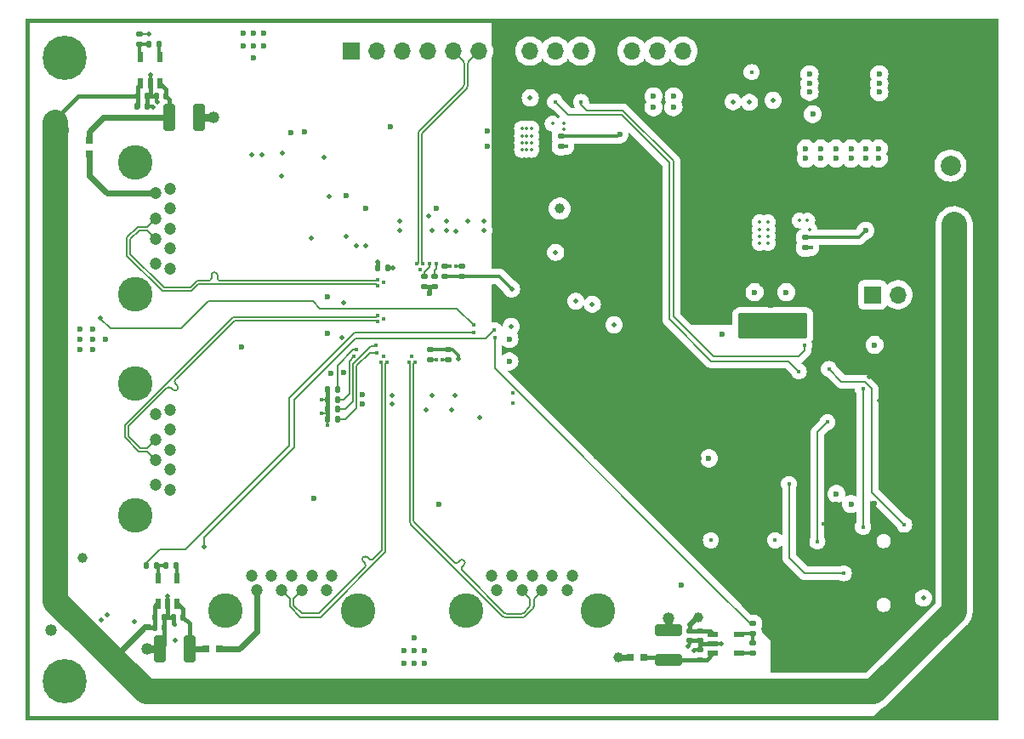
<source format=gbl>
%TF.GenerationSoftware,KiCad,Pcbnew,7.0.5*%
%TF.CreationDate,2023-07-29T13:43:45+03:00*%
%TF.ProjectId,cf33_dock,63663333-5f64-46f6-936b-2e6b69636164,rev?*%
%TF.SameCoordinates,Original*%
%TF.FileFunction,Copper,L4,Bot*%
%TF.FilePolarity,Positive*%
%FSLAX46Y46*%
G04 Gerber Fmt 4.6, Leading zero omitted, Abs format (unit mm)*
G04 Created by KiCad (PCBNEW 7.0.5) date 2023-07-29 13:43:45*
%MOMM*%
%LPD*%
G01*
G04 APERTURE LIST*
G04 Aperture macros list*
%AMRoundRect*
0 Rectangle with rounded corners*
0 $1 Rounding radius*
0 $2 $3 $4 $5 $6 $7 $8 $9 X,Y pos of 4 corners*
0 Add a 4 corners polygon primitive as box body*
4,1,4,$2,$3,$4,$5,$6,$7,$8,$9,$2,$3,0*
0 Add four circle primitives for the rounded corners*
1,1,$1+$1,$2,$3*
1,1,$1+$1,$4,$5*
1,1,$1+$1,$6,$7*
1,1,$1+$1,$8,$9*
0 Add four rect primitives between the rounded corners*
20,1,$1+$1,$2,$3,$4,$5,0*
20,1,$1+$1,$4,$5,$6,$7,0*
20,1,$1+$1,$6,$7,$8,$9,0*
20,1,$1+$1,$8,$9,$2,$3,0*%
G04 Aperture macros list end*
%TA.AperFunction,ComponentPad*%
%ADD10R,1.700000X1.700000*%
%TD*%
%TA.AperFunction,ComponentPad*%
%ADD11O,1.700000X1.700000*%
%TD*%
%TA.AperFunction,ComponentPad*%
%ADD12C,1.200000*%
%TD*%
%TA.AperFunction,ComponentPad*%
%ADD13C,3.450000*%
%TD*%
%TA.AperFunction,ComponentPad*%
%ADD14C,2.000000*%
%TD*%
%TA.AperFunction,ComponentPad*%
%ADD15C,2.600000*%
%TD*%
%TA.AperFunction,ConnectorPad*%
%ADD16C,4.400000*%
%TD*%
%TA.AperFunction,SMDPad,CuDef*%
%ADD17R,1.050000X0.550000*%
%TD*%
%TA.AperFunction,SMDPad,CuDef*%
%ADD18RoundRect,0.135000X-0.135000X-0.185000X0.135000X-0.185000X0.135000X0.185000X-0.135000X0.185000X0*%
%TD*%
%TA.AperFunction,SMDPad,CuDef*%
%ADD19RoundRect,0.135000X0.135000X0.185000X-0.135000X0.185000X-0.135000X-0.185000X0.135000X-0.185000X0*%
%TD*%
%TA.AperFunction,SMDPad,CuDef*%
%ADD20RoundRect,0.140000X0.140000X0.170000X-0.140000X0.170000X-0.140000X-0.170000X0.140000X-0.170000X0*%
%TD*%
%TA.AperFunction,SMDPad,CuDef*%
%ADD21RoundRect,0.135000X0.185000X-0.135000X0.185000X0.135000X-0.185000X0.135000X-0.185000X-0.135000X0*%
%TD*%
%TA.AperFunction,SMDPad,CuDef*%
%ADD22RoundRect,0.250000X-0.325000X-1.100000X0.325000X-1.100000X0.325000X1.100000X-0.325000X1.100000X0*%
%TD*%
%TA.AperFunction,SMDPad,CuDef*%
%ADD23RoundRect,0.140000X0.170000X-0.140000X0.170000X0.140000X-0.170000X0.140000X-0.170000X-0.140000X0*%
%TD*%
%TA.AperFunction,SMDPad,CuDef*%
%ADD24RoundRect,0.140000X-0.140000X-0.170000X0.140000X-0.170000X0.140000X0.170000X-0.140000X0.170000X0*%
%TD*%
%TA.AperFunction,SMDPad,CuDef*%
%ADD25R,0.550000X1.050000*%
%TD*%
%TA.AperFunction,SMDPad,CuDef*%
%ADD26R,0.650000X0.700000*%
%TD*%
%TA.AperFunction,SMDPad,CuDef*%
%ADD27RoundRect,0.140000X-0.170000X0.140000X-0.170000X-0.140000X0.170000X-0.140000X0.170000X0.140000X0*%
%TD*%
%TA.AperFunction,SMDPad,CuDef*%
%ADD28RoundRect,0.250000X1.100000X-0.325000X1.100000X0.325000X-1.100000X0.325000X-1.100000X-0.325000X0*%
%TD*%
%TA.AperFunction,SMDPad,CuDef*%
%ADD29RoundRect,0.250000X0.325000X1.100000X-0.325000X1.100000X-0.325000X-1.100000X0.325000X-1.100000X0*%
%TD*%
%TA.AperFunction,SMDPad,CuDef*%
%ADD30R,0.700000X0.650000*%
%TD*%
%TA.AperFunction,SMDPad,CuDef*%
%ADD31RoundRect,0.135000X-0.185000X0.135000X-0.185000X-0.135000X0.185000X-0.135000X0.185000X0.135000X0*%
%TD*%
%TA.AperFunction,ViaPad*%
%ADD32C,0.600000*%
%TD*%
%TA.AperFunction,ViaPad*%
%ADD33C,0.500000*%
%TD*%
%TA.AperFunction,ViaPad*%
%ADD34C,0.400000*%
%TD*%
%TA.AperFunction,ViaPad*%
%ADD35C,1.190000*%
%TD*%
%TA.AperFunction,ViaPad*%
%ADD36C,1.000000*%
%TD*%
%TA.AperFunction,ViaPad*%
%ADD37C,0.350000*%
%TD*%
%TA.AperFunction,Conductor*%
%ADD38C,0.350000*%
%TD*%
%TA.AperFunction,Conductor*%
%ADD39C,0.152400*%
%TD*%
%TA.AperFunction,Conductor*%
%ADD40C,0.450000*%
%TD*%
%TA.AperFunction,Conductor*%
%ADD41C,0.750000*%
%TD*%
%TA.AperFunction,Conductor*%
%ADD42C,2.500000*%
%TD*%
%TA.AperFunction,Conductor*%
%ADD43C,0.600000*%
%TD*%
%TA.AperFunction,Conductor*%
%ADD44C,0.300000*%
%TD*%
%TA.AperFunction,Conductor*%
%ADD45C,0.180000*%
%TD*%
%TA.AperFunction,Conductor*%
%ADD46C,0.177800*%
%TD*%
%TA.AperFunction,Conductor*%
%ADD47C,0.160000*%
%TD*%
G04 APERTURE END LIST*
D10*
X299578934Y-176964738D03*
D11*
X302118934Y-176964738D03*
X304658934Y-176964738D03*
D12*
X228198934Y-166874738D03*
X228198934Y-169374738D03*
X228198934Y-171374738D03*
X228198934Y-173874738D03*
X229698934Y-174374738D03*
X229698934Y-172374738D03*
X229698934Y-170374738D03*
X229698934Y-168374738D03*
X229698934Y-166374738D03*
D13*
X226198934Y-163804738D03*
X226198934Y-176944738D03*
D14*
X307348934Y-164104738D03*
X307398934Y-159454738D03*
D15*
X308198934Y-153404738D03*
D16*
X308198934Y-153404738D03*
D12*
X228198934Y-188894738D03*
X228198934Y-191394738D03*
X228198934Y-193394738D03*
X228198934Y-195894738D03*
X229698934Y-196394738D03*
X229698934Y-194394738D03*
X229698934Y-192394738D03*
X229698934Y-190394738D03*
X229698934Y-188394738D03*
D13*
X226198934Y-185824738D03*
X226198934Y-198964738D03*
D10*
X247698934Y-152704738D03*
D11*
X250238934Y-152704738D03*
X252778934Y-152704738D03*
X255318934Y-152704738D03*
X257858934Y-152704738D03*
X260398934Y-152704738D03*
X262938934Y-152704738D03*
X265478934Y-152704738D03*
X268018934Y-152704738D03*
X270558934Y-152704738D03*
X273098934Y-152704738D03*
X275638934Y-152704738D03*
X278178934Y-152704738D03*
X280718934Y-152704738D03*
D15*
X308198934Y-215404738D03*
D16*
X308198934Y-215404738D03*
D12*
X262198934Y-206404738D03*
X264698934Y-206404738D03*
X266698934Y-206404738D03*
X269198934Y-206404738D03*
X269698934Y-204904738D03*
X267698934Y-204904738D03*
X265698934Y-204904738D03*
X263698934Y-204904738D03*
X261698934Y-204904738D03*
D13*
X259128934Y-208404738D03*
X272268934Y-208404738D03*
D15*
X219198934Y-215404738D03*
D16*
X219198934Y-215404738D03*
D12*
X238268934Y-206404738D03*
X240768934Y-206404738D03*
X242768934Y-206404738D03*
X245268934Y-206404738D03*
X245768934Y-204904738D03*
X243768934Y-204904738D03*
X241768934Y-204904738D03*
X239768934Y-204904738D03*
X237768934Y-204904738D03*
D13*
X235198934Y-208404738D03*
X248338934Y-208404738D03*
D15*
X219198934Y-153404738D03*
D16*
X219198934Y-153404738D03*
D17*
X283698934Y-212654738D03*
X283698934Y-211704738D03*
X283698934Y-210754738D03*
X286298934Y-210754738D03*
X286298934Y-212654738D03*
D18*
X245308934Y-187384738D03*
X246328934Y-187384738D03*
D19*
X251355254Y-174299992D03*
X250335254Y-174299992D03*
D18*
X245308934Y-188354738D03*
X246328934Y-188354738D03*
X245308934Y-189324738D03*
X246328934Y-189324738D03*
D20*
X229078934Y-210084738D03*
X228118934Y-210084738D03*
X229068934Y-209104738D03*
X228108934Y-209104738D03*
D21*
X257348934Y-183414738D03*
X257348934Y-182394738D03*
X287648934Y-210724738D03*
X287648934Y-209704738D03*
X287628934Y-212634738D03*
X287628934Y-211614738D03*
D19*
X228593934Y-151999738D03*
X227573934Y-151999738D03*
D21*
X226623934Y-152039738D03*
X226623934Y-151019738D03*
D19*
X230248934Y-203884738D03*
X229228934Y-203884738D03*
D21*
X255998934Y-176164738D03*
X255998934Y-175144738D03*
D22*
X229593934Y-159324738D03*
X232543934Y-159324738D03*
D21*
X254998934Y-176164738D03*
X254998934Y-175144738D03*
D23*
X282398934Y-211404738D03*
X282398934Y-210444738D03*
D24*
X228288934Y-157204738D03*
X229248934Y-157204738D03*
D25*
X230338934Y-207774738D03*
X229388934Y-207774738D03*
X228438934Y-207774738D03*
X228438934Y-205174738D03*
X230338934Y-205174738D03*
D26*
X233253934Y-212244738D03*
X234603934Y-212244738D03*
X276813934Y-213104738D03*
X275463934Y-213104738D03*
D24*
X229988934Y-209094738D03*
X230948934Y-209094738D03*
D21*
X255598934Y-183414738D03*
X255598934Y-182394738D03*
D20*
X227358934Y-158194738D03*
X226398934Y-158194738D03*
D27*
X282388934Y-212344738D03*
X282388934Y-213304738D03*
D25*
X228638934Y-155904738D03*
X227688934Y-155904738D03*
X226738934Y-155904738D03*
X226738934Y-153304738D03*
X228638934Y-153304738D03*
D28*
X279278934Y-213309738D03*
X279278934Y-210359738D03*
D18*
X245308934Y-186404738D03*
X246328934Y-186404738D03*
D29*
X231573934Y-212214738D03*
X228623934Y-212214738D03*
D23*
X281408934Y-211414738D03*
X281408934Y-210454738D03*
D21*
X268578934Y-162204738D03*
X268578934Y-161184738D03*
X292898934Y-172289738D03*
X292898934Y-171269738D03*
D30*
X221598934Y-161629738D03*
X221598934Y-162979738D03*
D31*
X256998934Y-174119738D03*
X256998934Y-175139738D03*
D19*
X228348934Y-203884738D03*
X227328934Y-203884738D03*
D31*
X258673934Y-174119738D03*
X258673934Y-175139738D03*
D21*
X289398934Y-179014738D03*
X289398934Y-177994738D03*
D20*
X227368934Y-157214738D03*
X226408934Y-157214738D03*
D32*
X261223934Y-162154738D03*
D33*
X260508934Y-189164738D03*
D32*
X253948934Y-211154738D03*
X256398934Y-197804738D03*
X255488934Y-176804738D03*
X304998934Y-192904738D03*
X237948934Y-153404738D03*
D34*
X265918934Y-169624738D03*
D32*
X298048934Y-168154738D03*
D33*
X257718934Y-188434738D03*
X230098934Y-209729738D03*
D32*
X254948934Y-213654738D03*
D34*
X250928934Y-183074738D03*
D32*
X221948934Y-182404738D03*
D34*
X267728934Y-171764738D03*
X294668934Y-199744738D03*
D32*
X301298934Y-183904738D03*
D34*
X253738934Y-183074738D03*
D32*
X289773934Y-159854738D03*
X251598934Y-160204738D03*
X252948934Y-213654738D03*
X285148934Y-179329738D03*
X277398934Y-191204738D03*
X261223934Y-160679738D03*
X236948934Y-150904738D03*
D33*
X226138934Y-209524738D03*
D32*
X288623934Y-160729738D03*
D33*
X240788934Y-165174738D03*
X252538934Y-169654738D03*
D32*
X310398934Y-198404738D03*
D33*
X228398934Y-157804738D03*
D32*
X243998934Y-197204738D03*
X223198934Y-181404738D03*
X238948934Y-150904738D03*
X293448934Y-212404738D03*
D33*
X223398934Y-208804738D03*
X251878934Y-174294738D03*
D32*
X236798934Y-182204738D03*
D34*
X291473934Y-158179738D03*
D32*
X301198934Y-181954738D03*
X310598934Y-190804738D03*
D34*
X267678934Y-176804738D03*
X250888934Y-175764738D03*
D33*
X227683934Y-155089738D03*
D32*
X220698934Y-182404738D03*
X293448934Y-211154738D03*
D33*
X257218934Y-169664738D03*
X274465770Y-164341574D03*
D34*
X267738934Y-174244738D03*
D32*
X283398934Y-171604738D03*
D34*
X267738934Y-175664738D03*
D33*
X237808934Y-163014738D03*
D32*
X283398934Y-170004738D03*
X245318934Y-177154738D03*
X253948934Y-213654738D03*
X254948934Y-212404738D03*
X245368934Y-180804738D03*
X282348934Y-193254738D03*
D34*
X254518934Y-174454738D03*
D32*
X287598934Y-151604738D03*
X299798934Y-151604738D03*
D34*
X263778934Y-187724738D03*
D32*
X220698934Y-180404738D03*
D33*
X302998934Y-191504738D03*
X245478934Y-167154738D03*
D32*
X253948934Y-212404738D03*
D33*
X284538934Y-211704738D03*
D35*
X279278934Y-209174738D03*
D33*
X227973934Y-158304738D03*
D32*
X241708934Y-160794738D03*
D33*
X251748934Y-187874738D03*
D32*
X280548934Y-205904738D03*
X271123934Y-191204738D03*
D33*
X248168934Y-172074738D03*
D32*
X221948934Y-181404738D03*
X310598934Y-174404738D03*
X277398934Y-182004738D03*
D33*
X255188934Y-188414738D03*
X238808934Y-163004738D03*
D34*
X245298934Y-189914738D03*
D32*
X292448934Y-213654738D03*
D33*
X299248934Y-185104738D03*
D32*
X294448934Y-212404738D03*
D35*
X233958934Y-159334738D03*
X227398934Y-212204738D03*
D33*
X260918934Y-169644738D03*
D32*
X289748934Y-161204738D03*
D34*
X287548934Y-156004738D03*
D33*
X281198934Y-211954738D03*
X300248934Y-187504738D03*
X281798934Y-212429738D03*
D32*
X236948934Y-152154738D03*
D33*
X243758934Y-171354738D03*
D32*
X294448934Y-213654738D03*
D34*
X250878934Y-179354738D03*
D32*
X293448934Y-213654738D03*
X245638934Y-184774738D03*
X290848934Y-158929738D03*
X299798934Y-197754738D03*
D34*
X244738934Y-188744738D03*
D32*
X237948934Y-152154738D03*
D33*
X255368934Y-169124738D03*
D32*
X289573934Y-205904738D03*
X238948934Y-152154738D03*
X243048934Y-160774738D03*
X237948934Y-150904738D03*
D35*
X217818934Y-210354738D03*
D33*
X300898934Y-190954738D03*
D34*
X244728934Y-187394738D03*
D32*
X247228934Y-167094738D03*
X248768934Y-187844738D03*
D33*
X259298934Y-169654738D03*
X222848934Y-209304738D03*
D32*
X265008934Y-179554738D03*
D33*
X247225770Y-171156050D03*
X264938934Y-176804738D03*
D32*
X304998934Y-197354738D03*
D34*
X263778934Y-186714738D03*
D32*
X310598934Y-183004738D03*
X292448934Y-212404738D03*
D33*
X298748934Y-173954738D03*
X304698934Y-187354738D03*
D32*
X220698934Y-181404738D03*
X252948934Y-212404738D03*
X279198934Y-160729738D03*
X221948934Y-180404738D03*
D33*
X229388934Y-206944738D03*
D32*
X295998934Y-197804738D03*
X307228934Y-170804738D03*
X274418934Y-161004738D03*
D36*
X282228934Y-209054738D03*
D32*
X293648934Y-158979738D03*
X308228934Y-170804738D03*
X297448934Y-163404738D03*
X295948934Y-162404738D03*
X307228934Y-171754738D03*
X297448934Y-162404738D03*
X300198934Y-163404738D03*
X292948934Y-162404738D03*
D33*
X240808934Y-162874738D03*
D32*
X292948934Y-163404738D03*
X298898934Y-170579738D03*
X298948934Y-162404738D03*
X294448934Y-162404738D03*
X218278934Y-160564738D03*
X308228934Y-171754738D03*
D34*
X287548934Y-154804738D03*
D32*
X307228934Y-169804738D03*
X298948934Y-163404738D03*
X308228934Y-169794738D03*
X294448934Y-163404738D03*
X300198934Y-162404738D03*
D36*
X283118934Y-216084738D03*
X223218934Y-212694738D03*
D32*
X295948934Y-163404738D03*
X263438934Y-183594738D03*
D33*
X270048934Y-177604738D03*
X271698934Y-177904738D03*
X249118934Y-172054738D03*
D37*
X289173934Y-170449476D03*
D33*
X268048934Y-172754738D03*
D36*
X268468934Y-168394738D03*
D37*
X288348934Y-169754738D03*
D33*
X255723934Y-170604738D03*
X258008934Y-186984738D03*
D37*
X288348934Y-171154738D03*
D33*
X258118934Y-170614738D03*
D32*
X249128934Y-168404738D03*
D33*
X273848934Y-179954738D03*
D32*
X295998934Y-196804738D03*
X290998934Y-176704738D03*
D37*
X288348934Y-170454738D03*
D33*
X263618934Y-180104738D03*
D37*
X288348934Y-171829738D03*
D32*
X283298934Y-193254738D03*
D33*
X258398934Y-183354738D03*
D32*
X284598934Y-180904738D03*
D33*
X263668934Y-176394738D03*
D37*
X289173934Y-169754738D03*
X289173934Y-171149476D03*
D32*
X248768934Y-186864738D03*
X297448934Y-197804738D03*
D37*
X289173934Y-171829738D03*
D32*
X299798934Y-181954738D03*
X287848934Y-176704738D03*
X256158934Y-168394738D03*
D33*
X244958934Y-163294738D03*
X304648934Y-207154738D03*
X251758934Y-186964738D03*
D37*
X264677098Y-161154738D03*
D33*
X255758934Y-186974738D03*
D37*
X265148934Y-161154738D03*
X265648934Y-161154738D03*
X265148934Y-162554738D03*
X265648934Y-160416574D03*
D33*
X246808934Y-181204738D03*
D32*
X263438934Y-181364738D03*
D37*
X265148934Y-160416574D03*
X264677098Y-162554738D03*
X265648934Y-162554738D03*
D32*
X246938934Y-184734738D03*
D33*
X246925254Y-177759992D03*
X252558934Y-170534738D03*
D37*
X264677098Y-161854738D03*
X264677098Y-160416574D03*
D33*
X260918934Y-170594738D03*
D37*
X265648934Y-161854738D03*
D33*
X257223934Y-170579738D03*
D37*
X265148934Y-161854738D03*
D33*
X250325254Y-173729992D03*
D34*
X259868934Y-180754738D03*
X262018934Y-181204738D03*
X251215220Y-183654738D03*
X250637420Y-183654738D03*
X254015220Y-183654738D03*
X253437420Y-183654738D03*
X247958934Y-183094738D03*
X250198934Y-182734738D03*
X248208934Y-182454738D03*
X250188934Y-181954738D03*
D37*
X268832868Y-160514476D03*
X267725770Y-159931574D03*
X268825770Y-159931574D03*
X293123934Y-169589738D03*
X293303934Y-170489738D03*
X292323934Y-169589738D03*
D36*
X274318934Y-213074738D03*
X220918934Y-203184738D03*
D34*
X255528934Y-173864738D03*
X256148934Y-173864738D03*
X257523934Y-174129738D03*
X258123934Y-174129738D03*
X259878934Y-179954738D03*
D33*
X222718934Y-179314738D03*
X227563934Y-151019738D03*
X230188934Y-211374738D03*
X233018934Y-202064738D03*
D34*
X261958934Y-180484738D03*
X256798934Y-183404738D03*
X256148934Y-183404738D03*
X250308934Y-179644154D03*
X250308934Y-179066354D03*
X250308934Y-176044154D03*
X250308934Y-175466354D03*
X269112868Y-162224476D03*
X293473934Y-172299738D03*
X289898934Y-201404738D03*
X294098934Y-201524738D03*
X295098934Y-189654738D03*
X283498934Y-201414738D03*
X296738934Y-204694738D03*
X291268934Y-195804738D03*
X302748934Y-199854738D03*
X295248934Y-184354738D03*
D33*
X286988934Y-180384738D03*
X286988934Y-179384738D03*
X292398934Y-180504738D03*
X292398934Y-179504738D03*
D34*
X298648934Y-200079738D03*
X298648934Y-186354738D03*
X267998934Y-157754738D03*
X292248934Y-184604738D03*
X292798934Y-181964738D03*
X270568934Y-157764738D03*
D33*
X265518934Y-157364738D03*
D34*
X254237420Y-173879738D03*
X254815220Y-173879738D03*
D33*
X289698934Y-157604738D03*
X285698934Y-157754738D03*
X287348934Y-157804738D03*
D32*
X293323934Y-155004738D03*
X293323934Y-156779738D03*
X293323934Y-155929738D03*
X300273934Y-156804738D03*
X300273934Y-155954738D03*
X300273934Y-155004738D03*
X277798934Y-157204738D03*
X279773934Y-158304738D03*
X277773934Y-158304738D03*
X279798934Y-157204738D03*
D38*
X228288934Y-157694738D02*
X228288934Y-157204738D01*
D39*
X244748934Y-188754738D02*
X244738934Y-188744738D01*
D40*
X229328934Y-209104738D02*
X229978934Y-209104738D01*
D38*
X251355254Y-174299992D02*
X251873680Y-174299992D01*
D40*
X282568934Y-211704738D02*
X282398934Y-211874738D01*
X282398934Y-211404738D02*
X282398934Y-211874738D01*
X227358934Y-158194738D02*
X227358934Y-157224738D01*
D38*
X227688934Y-155904738D02*
X227688934Y-155094738D01*
D40*
X229078934Y-211759738D02*
X228623934Y-212214738D01*
D41*
X233948934Y-159324738D02*
X232543934Y-159324738D01*
D40*
X245308934Y-187384738D02*
X245308934Y-188354738D01*
X229078934Y-210084738D02*
X229078934Y-211759738D01*
X283698934Y-211704738D02*
X282568934Y-211704738D01*
X282398934Y-212334738D02*
X282388934Y-212344738D01*
X245308934Y-188754738D02*
X245308934Y-189324738D01*
D38*
X283698934Y-211704738D02*
X284538934Y-211704738D01*
D41*
X279278934Y-210359738D02*
X279278934Y-209174738D01*
D40*
X229388934Y-209044738D02*
X229328934Y-209104738D01*
D41*
X233958934Y-159334738D02*
X233948934Y-159324738D01*
D40*
X229068934Y-209104738D02*
X229068934Y-210074738D01*
D38*
X281798934Y-212429738D02*
X281883934Y-212344738D01*
X281408934Y-211744738D02*
X281408934Y-211414738D01*
D40*
X281408934Y-211414738D02*
X281418934Y-211404738D01*
X281418934Y-211404738D02*
X282398934Y-211404738D01*
X227688934Y-157074738D02*
X227818934Y-157204738D01*
D41*
X227408934Y-212214738D02*
X227398934Y-212204738D01*
D40*
X228288934Y-157204738D02*
X227818934Y-157204738D01*
D38*
X281883934Y-212344738D02*
X282388934Y-212344738D01*
D40*
X229978934Y-209104738D02*
X229988934Y-209094738D01*
D39*
X245308934Y-189324738D02*
X245308934Y-189904738D01*
D41*
X228623934Y-212214738D02*
X227408934Y-212214738D01*
D40*
X227688934Y-155904738D02*
X227688934Y-157074738D01*
X230098934Y-209729738D02*
X229988934Y-209619738D01*
X229068934Y-210074738D02*
X229078934Y-210084738D01*
X254998934Y-176164738D02*
X255508934Y-176164738D01*
X255488934Y-176184738D02*
X255508934Y-176164738D01*
X227818934Y-157204738D02*
X227378934Y-157204738D01*
D38*
X227688934Y-155094738D02*
X227683934Y-155089738D01*
D40*
X227358934Y-157224738D02*
X227368934Y-157214738D01*
D39*
X245308934Y-188754738D02*
X244748934Y-188754738D01*
X245308934Y-187384738D02*
X244738934Y-187384738D01*
D38*
X281198934Y-211954738D02*
X281408934Y-211744738D01*
X229388934Y-207774738D02*
X229388934Y-206944738D01*
D40*
X255488934Y-176804738D02*
X255488934Y-176184738D01*
D38*
X228398934Y-157804738D02*
X228288934Y-157694738D01*
D40*
X245308934Y-188354738D02*
X245308934Y-188754738D01*
D38*
X227863934Y-158194738D02*
X227358934Y-158194738D01*
D40*
X229388934Y-207774738D02*
X229388934Y-209044738D01*
D39*
X244738934Y-187384738D02*
X244728934Y-187394738D01*
D40*
X282398934Y-211874738D02*
X282398934Y-212334738D01*
X229988934Y-209619738D02*
X229988934Y-209094738D01*
X227378934Y-157204738D02*
X227368934Y-157214738D01*
D38*
X227973934Y-158304738D02*
X227863934Y-158194738D01*
D40*
X255508934Y-176164738D02*
X255998934Y-176164738D01*
X245308934Y-186404738D02*
X245308934Y-187384738D01*
D38*
X251873680Y-174299992D02*
X251878934Y-174294738D01*
D39*
X245308934Y-189904738D02*
X245298934Y-189914738D01*
D40*
X229068934Y-209104738D02*
X229328934Y-209104738D01*
X218278934Y-159424738D02*
X220488934Y-157214738D01*
D42*
X227258934Y-216464738D02*
X299708934Y-216464738D01*
D40*
X281408934Y-210454738D02*
X281408934Y-209774738D01*
D42*
X218248934Y-160534738D02*
X218278934Y-160564738D01*
X218248934Y-160594738D02*
X218248934Y-207454738D01*
X299708934Y-216464738D02*
X307698934Y-208474738D01*
D43*
X282228934Y-209054738D02*
X282088934Y-209054738D01*
D40*
X281408934Y-210454738D02*
X282388934Y-210454738D01*
X218278934Y-160564738D02*
X218278934Y-159424738D01*
D43*
X227138934Y-210054738D02*
X227548934Y-210054738D01*
D38*
X274238934Y-161184738D02*
X274418934Y-161004738D01*
D40*
X228118934Y-210084738D02*
X227578934Y-210084738D01*
D44*
X298208934Y-171269738D02*
X298898934Y-170579738D01*
D42*
X218248934Y-207454738D02*
X227258934Y-216464738D01*
D40*
X226408934Y-156234738D02*
X226408934Y-157214738D01*
X228108934Y-210074738D02*
X228118934Y-210084738D01*
X227578934Y-210084738D02*
X227548934Y-210054738D01*
X283388934Y-210444738D02*
X282398934Y-210444738D01*
D43*
X223218934Y-212694738D02*
X224498934Y-212694738D01*
D40*
X220488934Y-157214738D02*
X226408934Y-157214738D01*
X226408934Y-157214738D02*
X226408934Y-158184738D01*
D38*
X268578934Y-161184738D02*
X274238934Y-161184738D01*
D42*
X218278934Y-160564738D02*
X218248934Y-160594738D01*
D43*
X224498934Y-212694738D02*
X227138934Y-210054738D01*
D40*
X226738934Y-155904738D02*
X226408934Y-156234738D01*
D44*
X292898934Y-171269738D02*
X298208934Y-171269738D01*
D40*
X228308934Y-207774738D02*
X228108934Y-207974738D01*
D43*
X282088934Y-209054738D02*
X281388934Y-209754738D01*
D40*
X226408934Y-158184738D02*
X226398934Y-158194738D01*
X228108934Y-209104738D02*
X228108934Y-210074738D01*
X283698934Y-210754738D02*
X283388934Y-210444738D01*
D42*
X218248934Y-159814738D02*
X218248934Y-160534738D01*
X307698934Y-208474738D02*
X307698934Y-170034738D01*
D40*
X281408934Y-209774738D02*
X281388934Y-209754738D01*
X282388934Y-210454738D02*
X282398934Y-210444738D01*
X228438934Y-207774738D02*
X228308934Y-207774738D01*
X218273934Y-159429738D02*
X218278934Y-159434738D01*
X228108934Y-207974738D02*
X228108934Y-209104738D01*
D42*
X307698934Y-170034738D02*
X307728934Y-170004738D01*
D38*
X262413934Y-175139738D02*
X263668934Y-176394738D01*
X255598934Y-182394738D02*
X257348934Y-182394738D01*
X256998934Y-175139738D02*
X258673934Y-175139738D01*
X258398934Y-183354738D02*
X258398934Y-183004738D01*
X257788934Y-182394738D02*
X257348934Y-182394738D01*
X258398934Y-183004738D02*
X257788934Y-182394738D01*
X258673934Y-175139738D02*
X262413934Y-175139738D01*
D40*
X250325254Y-174289992D02*
X250335254Y-174299992D01*
X250325254Y-173729992D02*
X250325254Y-174289992D01*
D45*
X231158934Y-202324738D02*
X228668934Y-202324738D01*
X227328934Y-203664738D02*
X227328934Y-203884738D01*
X259868934Y-180754738D02*
X248038934Y-180754738D01*
X241508934Y-187284738D02*
X241508934Y-191974738D01*
X241508934Y-191974738D02*
X231158934Y-202324738D01*
X248038934Y-180754738D02*
X241508934Y-187284738D01*
X228668934Y-202324738D02*
X227328934Y-203664738D01*
X262018934Y-184314738D02*
X283803934Y-206099738D01*
X287408934Y-209704738D02*
X287648934Y-209704738D01*
X262018934Y-181204738D02*
X262018934Y-184314738D01*
X283803934Y-206099738D02*
X287408934Y-209704738D01*
D46*
X242615286Y-209052538D02*
X241591133Y-208028385D01*
X241591133Y-207226937D02*
X240768934Y-206404738D01*
X251104121Y-202570999D02*
X244622582Y-209052538D01*
X244622582Y-209052538D02*
X242615286Y-209052538D01*
X251104121Y-183765837D02*
X251104121Y-202570999D01*
X241591133Y-208028385D02*
X241591133Y-207226937D01*
X251215220Y-183654738D02*
X251104121Y-183765837D01*
X244475286Y-208696938D02*
X249048612Y-204123612D01*
X242768934Y-206404738D02*
X241946735Y-207226937D01*
X241946735Y-207881091D02*
X242762582Y-208696938D01*
X249897142Y-203275083D02*
X250748519Y-202423705D01*
X249298432Y-203100637D02*
X249472879Y-203275084D01*
X249897143Y-203275084D02*
X249897142Y-203275083D01*
X249298432Y-203100638D02*
X249298432Y-203100637D01*
X250748519Y-202423705D02*
X250748519Y-183765837D01*
X242762582Y-208696938D02*
X244475286Y-208696938D01*
X241946735Y-207226937D02*
X241946735Y-207881091D01*
X249048612Y-203699348D02*
X248874166Y-203524902D01*
X250748519Y-183765837D02*
X250637420Y-183654738D01*
X248874196Y-203100668D02*
G75*
G03*
X248874166Y-203524902I212104J-212132D01*
G01*
X249298431Y-203100639D02*
G75*
G03*
X248874167Y-203100639I-212132J-212130D01*
G01*
X249472880Y-203275083D02*
G75*
G03*
X249897142Y-203275083I212131J212131D01*
G01*
X249048631Y-204123631D02*
G75*
G03*
X249048611Y-203699349I-212131J212131D01*
G01*
X258503003Y-203424202D02*
X258328556Y-203598648D01*
X264579601Y-208756938D02*
X263228267Y-208756938D01*
X262945424Y-208639780D02*
X258752822Y-204447178D01*
X265521133Y-207392622D02*
X265521133Y-207815406D01*
X257904292Y-203598648D02*
X257904293Y-203598649D01*
X265403975Y-208098249D02*
X264862443Y-208639781D01*
X257904293Y-203598649D02*
X254021277Y-199715633D01*
X258503003Y-203424201D02*
X258503003Y-203424202D01*
X253904120Y-199432791D02*
X253904120Y-183765838D01*
X264698934Y-206404738D02*
X265403976Y-207109780D01*
X258752821Y-204022913D02*
X258752822Y-204022913D01*
X253904120Y-183765838D02*
X254015220Y-183654738D01*
X258752822Y-204022913D02*
X258927268Y-203848466D01*
X258752776Y-204022868D02*
G75*
G03*
X258752822Y-204447178I212224J-212132D01*
G01*
X258927232Y-203424238D02*
G75*
G03*
X258503004Y-203424202I-212132J-212062D01*
G01*
X258927234Y-203848432D02*
G75*
G03*
X258927268Y-203424202I-212134J212132D01*
G01*
X253904121Y-199432791D02*
G75*
G03*
X254021277Y-199715633I399979J-9D01*
G01*
X257904293Y-203598647D02*
G75*
G03*
X258328555Y-203598647I212131J212131D01*
G01*
X265403979Y-208098253D02*
G75*
G03*
X265521133Y-207815406I-282879J282853D01*
G01*
X265521107Y-207392622D02*
G75*
G03*
X265403976Y-207109780I-400007J22D01*
G01*
X262945432Y-208639772D02*
G75*
G03*
X263228267Y-208756938I282868J282872D01*
G01*
X264579601Y-208756927D02*
G75*
G03*
X264862443Y-208639781I-1J400027D01*
G01*
X253548520Y-183765838D02*
X253548520Y-199580087D01*
X265009740Y-208995380D02*
X265759578Y-208245542D01*
X253665678Y-199862930D02*
X262798129Y-208995381D01*
X265993893Y-207109779D02*
X266698934Y-206404738D01*
X265876735Y-207962700D02*
X265876735Y-207392622D01*
X253437420Y-183654738D02*
X253548520Y-183765838D01*
X263080971Y-209112538D02*
X264726897Y-209112538D01*
X265759585Y-208245549D02*
G75*
G03*
X265876735Y-207962700I-282885J282849D01*
G01*
X253548524Y-199580087D02*
G75*
G03*
X253665678Y-199862930I399976J-13D01*
G01*
X264726897Y-209112524D02*
G75*
G03*
X265009740Y-208995380I3J400024D01*
G01*
X265993889Y-207109775D02*
G75*
G03*
X265876735Y-207392622I282811J-282825D01*
G01*
X262798135Y-208995375D02*
G75*
G03*
X263080971Y-209112538I282865J282875D01*
G01*
D39*
X246958934Y-187384738D02*
X247488934Y-186854738D01*
X247488934Y-186854738D02*
X247488934Y-183564738D01*
X246328934Y-187384738D02*
X246958934Y-187384738D01*
X247488934Y-183564738D02*
X247958934Y-183094738D01*
X249528934Y-182734738D02*
X248208934Y-184054738D01*
X248208934Y-184054738D02*
X248208934Y-188254738D01*
X250198934Y-182734738D02*
X249528934Y-182734738D01*
X248208934Y-188254738D02*
X247138934Y-189324738D01*
X247138934Y-189324738D02*
X246328934Y-189324738D01*
X246318934Y-186394738D02*
X246328934Y-186404738D01*
X248208934Y-182454738D02*
X247898934Y-182454738D01*
X247898934Y-182454738D02*
X246318934Y-184034738D01*
X246318934Y-184034738D02*
X246318934Y-186394738D01*
X247828934Y-183874738D02*
X249628934Y-182074738D01*
X246328934Y-188354738D02*
X247098934Y-188354738D01*
X247098934Y-188354738D02*
X247828934Y-187624738D01*
X250068934Y-182074738D02*
X250188934Y-181954738D01*
X247828934Y-187624738D02*
X247828934Y-183874738D01*
X249628934Y-182074738D02*
X250068934Y-182074738D01*
D43*
X231573934Y-212214738D02*
X233223934Y-212214738D01*
D40*
X230948934Y-209094738D02*
X231573934Y-209719738D01*
X231573934Y-209719738D02*
X231573934Y-212214738D01*
D43*
X233223934Y-212214738D02*
X233253934Y-212244738D01*
D40*
X230908934Y-208274738D02*
X230908934Y-209054738D01*
X230908934Y-209054738D02*
X230948934Y-209094738D01*
X230338934Y-207774738D02*
X230408934Y-207774738D01*
X230408934Y-207774738D02*
X230908934Y-208274738D01*
D38*
X286298934Y-210754738D02*
X286328934Y-210724738D01*
X287648934Y-210724738D02*
X287628934Y-210744738D01*
X287628934Y-210744738D02*
X287628934Y-211614738D01*
X286328934Y-210724738D02*
X287648934Y-210724738D01*
D40*
X283698934Y-212654738D02*
X283048934Y-213304738D01*
X283048934Y-213304738D02*
X282388934Y-213304738D01*
X279278934Y-213309738D02*
X279073934Y-213104738D01*
X279278934Y-213309738D02*
X282383934Y-213309738D01*
X282383934Y-213309738D02*
X282388934Y-213304738D01*
X279073934Y-213104738D02*
X276813934Y-213104738D01*
X228638934Y-155904738D02*
X229248934Y-156514738D01*
D43*
X221598934Y-160734738D02*
X221598934Y-161629738D01*
D40*
X229248934Y-157204738D02*
X229593934Y-157549738D01*
X229248934Y-156514738D02*
X229248934Y-157204738D01*
D43*
X229593934Y-159324738D02*
X223008934Y-159324738D01*
X223008934Y-159324738D02*
X221598934Y-160734738D01*
D40*
X229593934Y-157549738D02*
X229593934Y-159324738D01*
D43*
X234603934Y-212244738D02*
X236548934Y-212244738D01*
X238278934Y-206414738D02*
X238268934Y-206404738D01*
X238278934Y-210514738D02*
X238278934Y-206414738D01*
X236548934Y-212244738D02*
X238278934Y-210514738D01*
X274318934Y-213074738D02*
X275433934Y-213074738D01*
X275433934Y-213074738D02*
X275463934Y-213104738D01*
X221598934Y-165104738D02*
X223368934Y-166874738D01*
X221598934Y-162979738D02*
X221598934Y-165104738D01*
X223368934Y-166874738D02*
X228198934Y-166874738D01*
D47*
X254998934Y-174724738D02*
X254998934Y-175144738D01*
X255528934Y-174194738D02*
X254998934Y-174724738D01*
X255528934Y-173864738D02*
X255528934Y-174194738D01*
X255998934Y-174504738D02*
X255998934Y-175144738D01*
X256148934Y-173864738D02*
X256148934Y-174354738D01*
X256148934Y-174354738D02*
X255998934Y-174504738D01*
D46*
X256998934Y-174119738D02*
X257513934Y-174119738D01*
X257513934Y-174119738D02*
X257523934Y-174129738D01*
X258133934Y-174119738D02*
X258673934Y-174119738D01*
X258123934Y-174129738D02*
X258133934Y-174119738D01*
D45*
X227563934Y-151019738D02*
X226623934Y-151019738D01*
X223708934Y-180334738D02*
X222718934Y-179344738D01*
X230738934Y-180334738D02*
X223708934Y-180334738D01*
X259878934Y-179954738D02*
X258238934Y-178314738D01*
X243858934Y-177614738D02*
X233458934Y-177614738D01*
X233458934Y-177614738D02*
X230738934Y-180334738D01*
X244558934Y-178314738D02*
X243858934Y-177614738D01*
X222718934Y-179344738D02*
X222718934Y-179314738D01*
X258238934Y-178314738D02*
X244558934Y-178314738D01*
X248098934Y-181334738D02*
X261108934Y-181334738D01*
X242018934Y-187414738D02*
X248098934Y-181334738D01*
X261108934Y-181334738D02*
X261958934Y-180484738D01*
X242018934Y-192114738D02*
X242018934Y-187414738D01*
X233018934Y-201114738D02*
X242018934Y-192114738D01*
X233018934Y-202064738D02*
X233018934Y-201114738D01*
D46*
X256808934Y-183414738D02*
X257348934Y-183414738D01*
X256798934Y-183404738D02*
X256808934Y-183414738D01*
X256138934Y-183414738D02*
X255598934Y-183414738D01*
X256148934Y-183404738D02*
X256138934Y-183414738D01*
X236062066Y-179533054D02*
X250197834Y-179533054D01*
X227376735Y-192216937D02*
X226712581Y-192216937D01*
X250197834Y-179533054D02*
X250308934Y-179644154D01*
X230370534Y-185997741D02*
X230196087Y-185823294D01*
X230196087Y-185399030D02*
X230196088Y-185399031D01*
X225526734Y-191031090D02*
X225526734Y-190068386D01*
X229771824Y-186247560D02*
X229946270Y-186422006D01*
X230370534Y-185997740D02*
X230370534Y-185997741D01*
X228198934Y-191394738D02*
X227376735Y-192216937D01*
X230302154Y-185292966D02*
X236062066Y-179533054D01*
X230196088Y-185399031D02*
X230302154Y-185292966D01*
X226712581Y-192216937D02*
X225526734Y-191031090D01*
X225526734Y-190068386D02*
X229347560Y-186247560D01*
X229946271Y-186422005D02*
G75*
G03*
X230370533Y-186422005I212131J212131D01*
G01*
X229771823Y-186247561D02*
G75*
G03*
X229347561Y-186247561I-212131J-212131D01*
G01*
X230196125Y-185399068D02*
G75*
G03*
X230196087Y-185823294I212075J-212132D01*
G01*
X230370561Y-186422033D02*
G75*
G03*
X230370534Y-185997740I-212161J212133D01*
G01*
X250197834Y-179177454D02*
X235914770Y-179177454D01*
X225171134Y-191178386D02*
X226565287Y-192572539D01*
X226565287Y-192572539D02*
X227376735Y-192572539D01*
X235914770Y-179177454D02*
X225171134Y-189921090D01*
X250308934Y-179066354D02*
X250197834Y-179177454D01*
X225171134Y-189921090D02*
X225171134Y-191178386D01*
X227376735Y-192572539D02*
X228198934Y-193394738D01*
X250197834Y-175933054D02*
X232502066Y-175933054D01*
X227376735Y-170196937D02*
X228198934Y-169374738D01*
X225361134Y-173068386D02*
X225361134Y-171281090D01*
X228905286Y-176612538D02*
X225361134Y-173068386D01*
X250308934Y-176044154D02*
X250197834Y-175933054D01*
X232502066Y-175933054D02*
X231822582Y-176612538D01*
X225361134Y-171281090D02*
X226445287Y-170196937D01*
X226445287Y-170196937D02*
X227376735Y-170196937D01*
X231822582Y-176612538D02*
X228905286Y-176612538D01*
X234677454Y-175577454D02*
X234727454Y-175577454D01*
X225716734Y-171428386D02*
X225716734Y-172921090D01*
X233777454Y-175277454D02*
X233777454Y-175030751D01*
X228198934Y-171374738D02*
X227376735Y-170552539D01*
X226592581Y-170552539D02*
X225716734Y-171428386D01*
X227376735Y-170552539D02*
X226592581Y-170552539D01*
X225716734Y-172921090D02*
X229052582Y-176256938D01*
X229052582Y-176256938D02*
X231675286Y-176256938D01*
X250197834Y-175577454D02*
X250308934Y-175466354D01*
X234377454Y-175030751D02*
X234377454Y-175277454D01*
X232354770Y-175577454D02*
X233477454Y-175577454D01*
X234727454Y-175577454D02*
X250197834Y-175577454D01*
X231675286Y-176256938D02*
X232354770Y-175577454D01*
X234377549Y-175030751D02*
G75*
G03*
X234077454Y-174730751I-300049J-49D01*
G01*
X234377546Y-175277454D02*
G75*
G03*
X234677454Y-175577454I299954J-46D01*
G01*
X233477454Y-175577454D02*
G75*
G03*
X233777454Y-175277454I46J299954D01*
G01*
X234077454Y-174730754D02*
G75*
G03*
X233777454Y-175030751I46J-300046D01*
G01*
D38*
X229228934Y-203884738D02*
X228348934Y-203884738D01*
X228438934Y-203974738D02*
X228348934Y-203884738D01*
X228438934Y-205174738D02*
X228438934Y-203974738D01*
X230338934Y-205174738D02*
X230338934Y-203974738D01*
X230338934Y-203974738D02*
X230248934Y-203884738D01*
X268598672Y-162224476D02*
X268578934Y-162204738D01*
X269112868Y-162224476D02*
X268598672Y-162224476D01*
D44*
X292908934Y-172299738D02*
X292898934Y-172289738D01*
X293473934Y-172299738D02*
X292908934Y-172299738D01*
D38*
X286298934Y-212654738D02*
X287608934Y-212654738D01*
X287608934Y-212654738D02*
X287628934Y-212634738D01*
X226663934Y-151999738D02*
X226623934Y-152039738D01*
X226623934Y-153189738D02*
X226623934Y-152039738D01*
X226738934Y-153304738D02*
X226623934Y-153189738D01*
X227573934Y-151999738D02*
X226663934Y-151999738D01*
X228593934Y-153259738D02*
X228638934Y-153304738D01*
X228593934Y-151999738D02*
X228593934Y-153259738D01*
D39*
X294098934Y-190654738D02*
X294098934Y-201524738D01*
X295098934Y-189654738D02*
X294098934Y-190654738D01*
X291268934Y-203124738D02*
X291268934Y-195804738D01*
X296738934Y-204694738D02*
X292838934Y-204694738D01*
X292838934Y-204694738D02*
X291268934Y-203124738D01*
X296498934Y-185604738D02*
X297848934Y-185604738D01*
X298798934Y-185604738D02*
X299098934Y-185904738D01*
X297848934Y-185604738D02*
X298798934Y-185604738D01*
X299498934Y-196604738D02*
X302748934Y-199854738D01*
X299498934Y-191804738D02*
X299498934Y-196604738D01*
X299098934Y-185904738D02*
X299498934Y-186304738D01*
X295248934Y-184354738D02*
X296498934Y-185604738D01*
X299498934Y-186304738D02*
X299498934Y-191804738D01*
X298648934Y-186354738D02*
X298648934Y-200079738D01*
D45*
X291208934Y-183564738D02*
X292248934Y-184604738D01*
X283508934Y-183564738D02*
X291208934Y-183564738D01*
X274618934Y-159074738D02*
X279348934Y-163804738D01*
X269318934Y-159074738D02*
X274618934Y-159074738D01*
X267998934Y-157754738D02*
X269318934Y-159074738D01*
X279348934Y-163804738D02*
X279348934Y-179404738D01*
X279348934Y-179404738D02*
X283508934Y-183564738D01*
X279768934Y-179134738D02*
X279768934Y-163634738D01*
X292798934Y-182524738D02*
X292218934Y-183104738D01*
X270568934Y-158034738D02*
X270568934Y-157764738D01*
X292218934Y-183104738D02*
X283738934Y-183104738D01*
X271148934Y-158614738D02*
X270568934Y-158034738D01*
X279768934Y-163634738D02*
X274748934Y-158614738D01*
X292798934Y-181964738D02*
X292798934Y-182524738D01*
X283738934Y-183104738D02*
X279768934Y-179134738D01*
X274748934Y-158614738D02*
X271148934Y-158614738D01*
D46*
X258951133Y-156015406D02*
X258951133Y-153962622D01*
X254465678Y-160666546D02*
X258833976Y-156298248D01*
X258833975Y-153679779D02*
X257858934Y-152704738D01*
X254348520Y-173768638D02*
X254348520Y-160949389D01*
X254237420Y-173879738D02*
X254348520Y-173768638D01*
X258951107Y-153962622D02*
G75*
G03*
X258833975Y-153679779I-400007J22D01*
G01*
X254465687Y-160666555D02*
G75*
G03*
X254348520Y-160949389I282813J-282845D01*
G01*
X258833980Y-156298252D02*
G75*
G03*
X258951133Y-156015406I-282880J282852D01*
G01*
X259306735Y-156162700D02*
X259306735Y-153962622D01*
X254821278Y-160813842D02*
X259189578Y-156445542D01*
X259423893Y-153679779D02*
X260398934Y-152704738D01*
X254815220Y-173879738D02*
X254704120Y-173768638D01*
X254704120Y-173768638D02*
X254704120Y-161096685D01*
X259423889Y-153679775D02*
G75*
G03*
X259306735Y-153962622I282811J-282825D01*
G01*
X259189585Y-156445549D02*
G75*
G03*
X259306735Y-156162700I-282885J282849D01*
G01*
X254821289Y-160813853D02*
G75*
G03*
X254704120Y-161096685I282811J-282847D01*
G01*
%TA.AperFunction,Conductor*%
G36*
X312134082Y-149469590D02*
G01*
X312148434Y-149504238D01*
X312148434Y-219275584D01*
X312144704Y-219294335D01*
X312133975Y-219320238D01*
X312107457Y-219346757D01*
X312107456Y-219346757D01*
X312098400Y-219350508D01*
X312079649Y-219354238D01*
X215298434Y-219354238D01*
X215263786Y-219339886D01*
X215249434Y-219305238D01*
X215249434Y-149904738D01*
X215698934Y-149904738D01*
X215698934Y-161154738D01*
X215698934Y-183904738D01*
X215698934Y-200904738D01*
X215698934Y-201904738D01*
X215698934Y-218904738D01*
X299698933Y-218904738D01*
X299698934Y-218904738D01*
X300425279Y-218178391D01*
X300443257Y-218166964D01*
X300465677Y-218158856D01*
X300479253Y-218151558D01*
X300482089Y-218150259D01*
X300496492Y-218144752D01*
X300599837Y-218086751D01*
X300704278Y-218030620D01*
X300716652Y-218021420D01*
X300719266Y-218019724D01*
X300732711Y-218012179D01*
X300826534Y-217939731D01*
X300921665Y-217869009D01*
X300932563Y-217858110D01*
X300934909Y-217856047D01*
X300947111Y-217846626D01*
X301029401Y-217761272D01*
X308946870Y-209843802D01*
X308948483Y-209842331D01*
X308986754Y-209810483D01*
X309042857Y-209747866D01*
X309043745Y-209746927D01*
X309055257Y-209735417D01*
X309088414Y-209697022D01*
X309167516Y-209608740D01*
X309176015Y-209595892D01*
X309177906Y-209593397D01*
X309187983Y-209581729D01*
X309251580Y-209481676D01*
X309316978Y-209382828D01*
X309323527Y-209368855D01*
X309325023Y-209366133D01*
X309333293Y-209353125D01*
X309381640Y-209244891D01*
X309431954Y-209137562D01*
X309436395Y-209122796D01*
X309437480Y-209119881D01*
X309443771Y-209105800D01*
X309475838Y-208991695D01*
X309509994Y-208878169D01*
X309512240Y-208862902D01*
X309512887Y-208859866D01*
X309517059Y-208845025D01*
X309532170Y-208727484D01*
X309549434Y-208610177D01*
X309549434Y-208594766D01*
X309549634Y-208591639D01*
X309551599Y-208576357D01*
X309550655Y-208524659D01*
X309549434Y-208457843D01*
X309549434Y-170358120D01*
X309549634Y-170354993D01*
X309581599Y-170106357D01*
X309581569Y-170104738D01*
X309580600Y-170051661D01*
X309576651Y-169835524D01*
X309532323Y-169568298D01*
X309449559Y-169310373D01*
X309330123Y-169067247D01*
X309176559Y-168844103D01*
X308992143Y-168645695D01*
X308935738Y-168600472D01*
X308780800Y-168476250D01*
X308547043Y-168339388D01*
X308547041Y-168339387D01*
X308295862Y-168238021D01*
X308295849Y-168238017D01*
X308104262Y-168191652D01*
X308032571Y-168174302D01*
X307762822Y-168149598D01*
X307762819Y-168149598D01*
X307762818Y-168149598D01*
X307762808Y-168149597D01*
X307492348Y-168164432D01*
X307492344Y-168164433D01*
X307226928Y-168218489D01*
X307226918Y-168218492D01*
X306972189Y-168310621D01*
X306972187Y-168310622D01*
X306733594Y-168438854D01*
X306516195Y-168600472D01*
X306451019Y-168665649D01*
X306449367Y-168667157D01*
X306411110Y-168698996D01*
X306355017Y-168761598D01*
X306354097Y-168762570D01*
X306342607Y-168774063D01*
X306309432Y-168812476D01*
X306230353Y-168900735D01*
X306221847Y-168913588D01*
X306219959Y-168916080D01*
X306209884Y-168927747D01*
X306146272Y-169027821D01*
X306080890Y-169126646D01*
X306080890Y-169126647D01*
X306074345Y-169140607D01*
X306072838Y-169143350D01*
X306064574Y-169156352D01*
X306064573Y-169156355D01*
X306016229Y-169264579D01*
X305965916Y-169371908D01*
X305965914Y-169371912D01*
X305965914Y-169371914D01*
X305961476Y-169386665D01*
X305960384Y-169389598D01*
X305954095Y-169403678D01*
X305922022Y-169517800D01*
X305887872Y-169631314D01*
X305885628Y-169646557D01*
X305884976Y-169649618D01*
X305880807Y-169664456D01*
X305865690Y-169782034D01*
X305848434Y-169899292D01*
X305848434Y-169914699D01*
X305848234Y-169917826D01*
X305846268Y-169933119D01*
X305846267Y-169933124D01*
X305848434Y-170051661D01*
X305848434Y-207687939D01*
X305834082Y-207722587D01*
X298956784Y-214599886D01*
X298922136Y-214614238D01*
X289497934Y-214614238D01*
X289463286Y-214599886D01*
X289448934Y-214565238D01*
X289448934Y-211404738D01*
X288584004Y-210569633D01*
X288569293Y-210539361D01*
X288559143Y-210439996D01*
X288559143Y-210439994D01*
X288505061Y-210276786D01*
X288482654Y-210240460D01*
X288476681Y-210203437D01*
X288482653Y-210189017D01*
X288505061Y-210152690D01*
X288559143Y-209989482D01*
X288569434Y-209888749D01*
X288569433Y-209520728D01*
X288559143Y-209419994D01*
X288505061Y-209256786D01*
X288414799Y-209110449D01*
X288293223Y-208988873D01*
X288146886Y-208898611D01*
X287983678Y-208844529D01*
X287983675Y-208844528D01*
X287882947Y-208834238D01*
X287882945Y-208834238D01*
X287535244Y-208834238D01*
X287500596Y-208819886D01*
X286596717Y-207916007D01*
X299988434Y-207916007D01*
X300029725Y-208083534D01*
X300029726Y-208083535D01*
X300109910Y-208236312D01*
X300224325Y-208365461D01*
X300315861Y-208428644D01*
X300366321Y-208463474D01*
X300366320Y-208463474D01*
X300366323Y-208463475D01*
X300527651Y-208524659D01*
X300655959Y-208540238D01*
X300655963Y-208540238D01*
X300741905Y-208540238D01*
X300741909Y-208540238D01*
X300870217Y-208524659D01*
X301031545Y-208463475D01*
X301173543Y-208365461D01*
X301287958Y-208236312D01*
X301368142Y-208083535D01*
X301409434Y-207916008D01*
X301409434Y-207743468D01*
X301368142Y-207575941D01*
X301287958Y-207423164D01*
X301173543Y-207294015D01*
X301123081Y-207259184D01*
X301031546Y-207196001D01*
X301031547Y-207196001D01*
X300922745Y-207154738D01*
X303793749Y-207154738D01*
X303812437Y-207332541D01*
X303867684Y-207502573D01*
X303957075Y-207657403D01*
X303957078Y-207657406D01*
X304034568Y-207743468D01*
X304076704Y-207790264D01*
X304221341Y-207895350D01*
X304384667Y-207968067D01*
X304559543Y-208005238D01*
X304738325Y-208005238D01*
X304913201Y-207968067D01*
X305076527Y-207895350D01*
X305221164Y-207790264D01*
X305340793Y-207657403D01*
X305430184Y-207502573D01*
X305485431Y-207332541D01*
X305504119Y-207154738D01*
X305485431Y-206976935D01*
X305430184Y-206806903D01*
X305340793Y-206652073D01*
X305221164Y-206519212D01*
X305076527Y-206414126D01*
X304913201Y-206341409D01*
X304913198Y-206341408D01*
X304913194Y-206341407D01*
X304738325Y-206304238D01*
X304559543Y-206304238D01*
X304384673Y-206341407D01*
X304384664Y-206341410D01*
X304221342Y-206414126D01*
X304076698Y-206519216D01*
X303957078Y-206652069D01*
X303957072Y-206652077D01*
X303867686Y-206806899D01*
X303867684Y-206806902D01*
X303867684Y-206806903D01*
X303812437Y-206976935D01*
X303793749Y-207154738D01*
X300922745Y-207154738D01*
X300870218Y-207134817D01*
X300844555Y-207131701D01*
X300741909Y-207119238D01*
X300655959Y-207119238D01*
X300570420Y-207129623D01*
X300527649Y-207134817D01*
X300366321Y-207196001D01*
X300224326Y-207294014D01*
X300224321Y-207294018D01*
X300109909Y-207423164D01*
X300029725Y-207575941D01*
X299988434Y-207743468D01*
X299988434Y-207916007D01*
X286596717Y-207916007D01*
X284322347Y-205641637D01*
X284322319Y-205641607D01*
X280095449Y-201414737D01*
X282693369Y-201414737D01*
X282713565Y-201593987D01*
X282713567Y-201593996D01*
X282773146Y-201764264D01*
X282869116Y-201916997D01*
X282869118Y-201917000D01*
X282996672Y-202044554D01*
X282996674Y-202044555D01*
X283149407Y-202140525D01*
X283149411Y-202140526D01*
X283149412Y-202140527D01*
X283319679Y-202200106D01*
X283498934Y-202220303D01*
X283678189Y-202200106D01*
X283848456Y-202140527D01*
X283848458Y-202140525D01*
X283848460Y-202140525D01*
X283904530Y-202105293D01*
X284001196Y-202044554D01*
X284128750Y-201917000D01*
X284198518Y-201805965D01*
X284224721Y-201764264D01*
X284224721Y-201764262D01*
X284224723Y-201764260D01*
X284284302Y-201593993D01*
X284304499Y-201414738D01*
X284303372Y-201404738D01*
X289093369Y-201404738D01*
X289113565Y-201583987D01*
X289113567Y-201583996D01*
X289173146Y-201754264D01*
X289256118Y-201886311D01*
X289269118Y-201907000D01*
X289396672Y-202034554D01*
X289424709Y-202052170D01*
X289549407Y-202130525D01*
X289549411Y-202130526D01*
X289549412Y-202130527D01*
X289719679Y-202190106D01*
X289898934Y-202210303D01*
X290078189Y-202190106D01*
X290248456Y-202130527D01*
X290248458Y-202130525D01*
X290248460Y-202130525D01*
X290304530Y-202095293D01*
X290401196Y-202034554D01*
X290508586Y-201927163D01*
X290543234Y-201912812D01*
X290577882Y-201927164D01*
X290592234Y-201961812D01*
X290592234Y-203103549D01*
X290592189Y-203105029D01*
X290588507Y-203165894D01*
X290588508Y-203165902D01*
X290599496Y-203225859D01*
X290599718Y-203227322D01*
X290607073Y-203287877D01*
X290612823Y-203303039D01*
X290615204Y-203311579D01*
X290618128Y-203327536D01*
X290628006Y-203349484D01*
X290643161Y-203383157D01*
X290643718Y-203384502D01*
X290665344Y-203441524D01*
X290674561Y-203454878D01*
X290678914Y-203462596D01*
X290685574Y-203477391D01*
X290685576Y-203477395D01*
X290723173Y-203525385D01*
X290724049Y-203526576D01*
X290758694Y-203576766D01*
X290758696Y-203576768D01*
X290804342Y-203617207D01*
X290805403Y-203618205D01*
X292345464Y-205158266D01*
X292346463Y-205159328D01*
X292386902Y-205204974D01*
X292437094Y-205239621D01*
X292438272Y-205240486D01*
X292486280Y-205278098D01*
X292501074Y-205284756D01*
X292508791Y-205289109D01*
X292522146Y-205298327D01*
X292522147Y-205298327D01*
X292522148Y-205298328D01*
X292579155Y-205319948D01*
X292580523Y-205320514D01*
X292636130Y-205345541D01*
X292636135Y-205345543D01*
X292652096Y-205348467D01*
X292660633Y-205350847D01*
X292669936Y-205354375D01*
X292675794Y-205356598D01*
X292675796Y-205356598D01*
X292675800Y-205356600D01*
X292736361Y-205363953D01*
X292737777Y-205364168D01*
X292797776Y-205375164D01*
X292797776Y-205375163D01*
X292797777Y-205375164D01*
X292858643Y-205371483D01*
X292860123Y-205371438D01*
X296297170Y-205371438D01*
X296323240Y-205378949D01*
X296389407Y-205420525D01*
X296389411Y-205420526D01*
X296389412Y-205420527D01*
X296559679Y-205480106D01*
X296738934Y-205500303D01*
X296918189Y-205480106D01*
X297088456Y-205420527D01*
X297088458Y-205420525D01*
X297088460Y-205420525D01*
X297154627Y-205378949D01*
X297241196Y-205324554D01*
X297368750Y-205197000D01*
X297429489Y-205100334D01*
X297464721Y-205044264D01*
X297464721Y-205044262D01*
X297464723Y-205044260D01*
X297524302Y-204873993D01*
X297544499Y-204694738D01*
X297524302Y-204515483D01*
X297464723Y-204345216D01*
X297464722Y-204345215D01*
X297464721Y-204345211D01*
X297368751Y-204192478D01*
X297368750Y-204192476D01*
X297241196Y-204064922D01*
X297241193Y-204064920D01*
X297088460Y-203968950D01*
X296918192Y-203909371D01*
X296918191Y-203909370D01*
X296918189Y-203909370D01*
X296918185Y-203909369D01*
X296918183Y-203909369D01*
X296738934Y-203889173D01*
X296559684Y-203909369D01*
X296559675Y-203909371D01*
X296389407Y-203968950D01*
X296323240Y-204010527D01*
X296297170Y-204018038D01*
X293139528Y-204018038D01*
X293104880Y-204003686D01*
X291959986Y-202858791D01*
X291945634Y-202824143D01*
X291945634Y-201524738D01*
X293293369Y-201524738D01*
X293313565Y-201703987D01*
X293313567Y-201703996D01*
X293373146Y-201874264D01*
X293469116Y-202026997D01*
X293469118Y-202027000D01*
X293596672Y-202154554D01*
X293596674Y-202154555D01*
X293749407Y-202250525D01*
X293749411Y-202250526D01*
X293749412Y-202250527D01*
X293919679Y-202310106D01*
X294098934Y-202330303D01*
X294278189Y-202310106D01*
X294448456Y-202250527D01*
X294448458Y-202250525D01*
X294448460Y-202250525D01*
X294528700Y-202200106D01*
X294601196Y-202154554D01*
X294728750Y-202027000D01*
X294800499Y-201912812D01*
X294824721Y-201874264D01*
X294824721Y-201874262D01*
X294824723Y-201874260D01*
X294884302Y-201703993D01*
X294899849Y-201566008D01*
X299988434Y-201566008D01*
X299998611Y-201607299D01*
X300029725Y-201733534D01*
X300109909Y-201886311D01*
X300176796Y-201961812D01*
X300224325Y-202015461D01*
X300315861Y-202078644D01*
X300366321Y-202113474D01*
X300366320Y-202113474D01*
X300366323Y-202113475D01*
X300527651Y-202174659D01*
X300655959Y-202190238D01*
X300655963Y-202190238D01*
X300741905Y-202190238D01*
X300741909Y-202190238D01*
X300870217Y-202174659D01*
X301031545Y-202113475D01*
X301173543Y-202015461D01*
X301287958Y-201886312D01*
X301368142Y-201733535D01*
X301409434Y-201566008D01*
X301409434Y-201393468D01*
X301368142Y-201225941D01*
X301287958Y-201073164D01*
X301272053Y-201055211D01*
X301173546Y-200944018D01*
X301173544Y-200944017D01*
X301173543Y-200944015D01*
X301088484Y-200885303D01*
X301031546Y-200846001D01*
X301031547Y-200846001D01*
X300870218Y-200784817D01*
X300844555Y-200781701D01*
X300741909Y-200769238D01*
X300655959Y-200769238D01*
X300570420Y-200779623D01*
X300527649Y-200784817D01*
X300366321Y-200846001D01*
X300224326Y-200944014D01*
X300224321Y-200944018D01*
X300109909Y-201073164D01*
X300029725Y-201225941D01*
X300000262Y-201345479D01*
X299988434Y-201393468D01*
X299988434Y-201566008D01*
X294899849Y-201566008D01*
X294904499Y-201524738D01*
X294884302Y-201345483D01*
X294824723Y-201175216D01*
X294824722Y-201175215D01*
X294824721Y-201175211D01*
X294783145Y-201109044D01*
X294775634Y-201082974D01*
X294775634Y-190955332D01*
X294789986Y-190920684D01*
X294789985Y-190920684D01*
X295258553Y-190452116D01*
X295277015Y-190440516D01*
X295278185Y-190440106D01*
X295278189Y-190440106D01*
X295448456Y-190380527D01*
X295448458Y-190380525D01*
X295448460Y-190380525D01*
X295537471Y-190324595D01*
X295601196Y-190284554D01*
X295728750Y-190157000D01*
X295789489Y-190060334D01*
X295824721Y-190004264D01*
X295824721Y-190004262D01*
X295824723Y-190004260D01*
X295884302Y-189833993D01*
X295904499Y-189654738D01*
X295884302Y-189475483D01*
X295824723Y-189305216D01*
X295824722Y-189305215D01*
X295824721Y-189305211D01*
X295728751Y-189152478D01*
X295728750Y-189152476D01*
X295601196Y-189024922D01*
X295601193Y-189024920D01*
X295448460Y-188928950D01*
X295278192Y-188869371D01*
X295278191Y-188869370D01*
X295278189Y-188869370D01*
X295278185Y-188869369D01*
X295278183Y-188869369D01*
X295098934Y-188849173D01*
X294919684Y-188869369D01*
X294919675Y-188869371D01*
X294749407Y-188928950D01*
X294596674Y-189024920D01*
X294596670Y-189024923D01*
X294469119Y-189152474D01*
X294469116Y-189152478D01*
X294373146Y-189305211D01*
X294313155Y-189476654D01*
X294301553Y-189495118D01*
X293635420Y-190161252D01*
X293634343Y-190162267D01*
X293588697Y-190202706D01*
X293554051Y-190252896D01*
X293553175Y-190254087D01*
X293515574Y-190302083D01*
X293508915Y-190316877D01*
X293504562Y-190324595D01*
X293495344Y-190337951D01*
X293473718Y-190394972D01*
X293473152Y-190396339D01*
X293448129Y-190451937D01*
X293445204Y-190467896D01*
X293442824Y-190476434D01*
X293437073Y-190491600D01*
X293437072Y-190491602D01*
X293437072Y-190491604D01*
X293435343Y-190505841D01*
X293429718Y-190552152D01*
X293429496Y-190553614D01*
X293418507Y-190613580D01*
X293422189Y-190674445D01*
X293422234Y-190675925D01*
X293422234Y-201082974D01*
X293414723Y-201109044D01*
X293373146Y-201175211D01*
X293313567Y-201345479D01*
X293313565Y-201345488D01*
X293293369Y-201524738D01*
X291945634Y-201524738D01*
X291945634Y-196246500D01*
X291953145Y-196220430D01*
X291994723Y-196154260D01*
X292054302Y-195983993D01*
X292074499Y-195804738D01*
X292054302Y-195625483D01*
X291994723Y-195455216D01*
X291994722Y-195455215D01*
X291994721Y-195455211D01*
X291898751Y-195302478D01*
X291898750Y-195302476D01*
X291771196Y-195174922D01*
X291771193Y-195174920D01*
X291618460Y-195078950D01*
X291448192Y-195019371D01*
X291448191Y-195019370D01*
X291448189Y-195019370D01*
X291448185Y-195019369D01*
X291448183Y-195019369D01*
X291268934Y-194999173D01*
X291089684Y-195019369D01*
X291089675Y-195019371D01*
X290919407Y-195078950D01*
X290766674Y-195174920D01*
X290766670Y-195174923D01*
X290639119Y-195302474D01*
X290639116Y-195302478D01*
X290543146Y-195455211D01*
X290483567Y-195625479D01*
X290483566Y-195625483D01*
X290463369Y-195804738D01*
X290483566Y-195983993D01*
X290543145Y-196154260D01*
X290543146Y-196154261D01*
X290584723Y-196220430D01*
X290592234Y-196246500D01*
X290592234Y-200847664D01*
X290577882Y-200882312D01*
X290543234Y-200896664D01*
X290508586Y-200882312D01*
X290401197Y-200774923D01*
X290401193Y-200774920D01*
X290248460Y-200678950D01*
X290078192Y-200619371D01*
X290078191Y-200619370D01*
X290078189Y-200619370D01*
X290078185Y-200619369D01*
X290078183Y-200619369D01*
X289898934Y-200599173D01*
X289719684Y-200619369D01*
X289719675Y-200619371D01*
X289549407Y-200678950D01*
X289396674Y-200774920D01*
X289396670Y-200774923D01*
X289269119Y-200902474D01*
X289269116Y-200902478D01*
X289173146Y-201055211D01*
X289113567Y-201225479D01*
X289113565Y-201225488D01*
X289093369Y-201404738D01*
X284303372Y-201404738D01*
X284284302Y-201235483D01*
X284224723Y-201065216D01*
X284224722Y-201065215D01*
X284224721Y-201065211D01*
X284128751Y-200912478D01*
X284128750Y-200912476D01*
X284001196Y-200784922D01*
X283985283Y-200774923D01*
X283848460Y-200688950D01*
X283678192Y-200629371D01*
X283678191Y-200629370D01*
X283678189Y-200629370D01*
X283678185Y-200629369D01*
X283678183Y-200629369D01*
X283498934Y-200609173D01*
X283319684Y-200629369D01*
X283319675Y-200629371D01*
X283149407Y-200688950D01*
X282996674Y-200784920D01*
X282996670Y-200784923D01*
X282869119Y-200912474D01*
X282869116Y-200912478D01*
X282773146Y-201065211D01*
X282713567Y-201235479D01*
X282713565Y-201235488D01*
X282693369Y-201414737D01*
X280095449Y-201414737D01*
X271935449Y-193254738D01*
X282393474Y-193254738D01*
X282413260Y-193442994D01*
X282471755Y-193623022D01*
X282566401Y-193786954D01*
X282566404Y-193786957D01*
X282693058Y-193927622D01*
X282693061Y-193927624D01*
X282693063Y-193927626D01*
X282846204Y-194038889D01*
X283019131Y-194115882D01*
X283204288Y-194155238D01*
X283393580Y-194155238D01*
X283578737Y-194115882D01*
X283751664Y-194038889D01*
X283904805Y-193927626D01*
X284031467Y-193786954D01*
X284126113Y-193623022D01*
X284184608Y-193442994D01*
X284204394Y-193254738D01*
X284184608Y-193066482D01*
X284126113Y-192886454D01*
X284031467Y-192722522D01*
X284001733Y-192689499D01*
X283904809Y-192581853D01*
X283904806Y-192581851D01*
X283751665Y-192470588D01*
X283751664Y-192470587D01*
X283578737Y-192393594D01*
X283578734Y-192393593D01*
X283578730Y-192393592D01*
X283393580Y-192354238D01*
X283204288Y-192354238D01*
X283019137Y-192393592D01*
X283019128Y-192393595D01*
X282846202Y-192470588D01*
X282693061Y-192581851D01*
X282693058Y-192581853D01*
X282566404Y-192722518D01*
X282566398Y-192722526D01*
X282471757Y-192886450D01*
X282471755Y-192886453D01*
X282471755Y-192886454D01*
X282413260Y-193066482D01*
X282393474Y-193254738D01*
X271935449Y-193254738D01*
X263247477Y-184566767D01*
X263233125Y-184532119D01*
X263247477Y-184497471D01*
X263282125Y-184483119D01*
X263292308Y-184484189D01*
X263344288Y-184495238D01*
X263533580Y-184495238D01*
X263718737Y-184455882D01*
X263891664Y-184378889D01*
X264044805Y-184267626D01*
X264062757Y-184247689D01*
X264079753Y-184228812D01*
X264171467Y-184126954D01*
X264266113Y-183963022D01*
X264324608Y-183782994D01*
X264344394Y-183594738D01*
X264324608Y-183406482D01*
X264266113Y-183226454D01*
X264171467Y-183062522D01*
X264139713Y-183027256D01*
X264044809Y-182921853D01*
X264044806Y-182921851D01*
X263993510Y-182884582D01*
X263891664Y-182810587D01*
X263718737Y-182733594D01*
X263718734Y-182733593D01*
X263718730Y-182733592D01*
X263533580Y-182694238D01*
X263344288Y-182694238D01*
X263159137Y-182733592D01*
X263159128Y-182733595D01*
X262986202Y-182810588D01*
X262833061Y-182921851D01*
X262833057Y-182921854D01*
X262794846Y-182964291D01*
X262760996Y-182980436D01*
X262725645Y-182967916D01*
X262709500Y-182934066D01*
X262709433Y-182931541D01*
X262709434Y-182027968D01*
X262723785Y-181993323D01*
X262758433Y-181978971D01*
X262793081Y-181993323D01*
X262794847Y-181995184D01*
X262833058Y-182037622D01*
X262833061Y-182037624D01*
X262833063Y-182037626D01*
X262986204Y-182148889D01*
X263159131Y-182225882D01*
X263344288Y-182265238D01*
X263533580Y-182265238D01*
X263718737Y-182225882D01*
X263891664Y-182148889D01*
X264044805Y-182037626D01*
X264053499Y-182027971D01*
X264097618Y-181978971D01*
X264171467Y-181896954D01*
X264266113Y-181733022D01*
X264324608Y-181552994D01*
X264344394Y-181364738D01*
X264324608Y-181176482D01*
X264266113Y-180996454D01*
X264171467Y-180832522D01*
X264165452Y-180825842D01*
X264152933Y-180790492D01*
X264169078Y-180756642D01*
X264173058Y-180753418D01*
X264191164Y-180740264D01*
X264310793Y-180607403D01*
X264400184Y-180452573D01*
X264455431Y-180282541D01*
X264474119Y-180104738D01*
X264458353Y-179954738D01*
X272993749Y-179954738D01*
X273012437Y-180132541D01*
X273067684Y-180302573D01*
X273157075Y-180457403D01*
X273157078Y-180457406D01*
X273267971Y-180580566D01*
X273276704Y-180590264D01*
X273421341Y-180695350D01*
X273584667Y-180768067D01*
X273759543Y-180805238D01*
X273938325Y-180805238D01*
X274113201Y-180768067D01*
X274276527Y-180695350D01*
X274421164Y-180590264D01*
X274540793Y-180457403D01*
X274630184Y-180302573D01*
X274685431Y-180132541D01*
X274704119Y-179954738D01*
X274685431Y-179776935D01*
X274630184Y-179606903D01*
X274540793Y-179452073D01*
X274421164Y-179319212D01*
X274276527Y-179214126D01*
X274113201Y-179141409D01*
X274113198Y-179141408D01*
X274113194Y-179141407D01*
X273938325Y-179104238D01*
X273759543Y-179104238D01*
X273584673Y-179141407D01*
X273584664Y-179141410D01*
X273421342Y-179214126D01*
X273276698Y-179319216D01*
X273157078Y-179452069D01*
X273157072Y-179452077D01*
X273067686Y-179606899D01*
X273067684Y-179606902D01*
X273012437Y-179776934D01*
X273004240Y-179854920D01*
X272993749Y-179954738D01*
X264458353Y-179954738D01*
X264455431Y-179926935D01*
X264400184Y-179756903D01*
X264310793Y-179602073D01*
X264191164Y-179469212D01*
X264046527Y-179364126D01*
X263883201Y-179291409D01*
X263883198Y-179291408D01*
X263883194Y-179291407D01*
X263708325Y-179254238D01*
X263529543Y-179254238D01*
X263354673Y-179291407D01*
X263354664Y-179291410D01*
X263191342Y-179364126D01*
X263046698Y-179469216D01*
X262927078Y-179602069D01*
X262927072Y-179602077D01*
X262837686Y-179756899D01*
X262837684Y-179756902D01*
X262782437Y-179926934D01*
X262764495Y-180097638D01*
X262746599Y-180130596D01*
X262710641Y-180141248D01*
X262677683Y-180123352D01*
X262674274Y-180118586D01*
X262588751Y-179982478D01*
X262588750Y-179982476D01*
X262461196Y-179854922D01*
X262461193Y-179854920D01*
X262308460Y-179758950D01*
X262138192Y-179699371D01*
X262138191Y-179699370D01*
X262138189Y-179699370D01*
X262138185Y-179699369D01*
X262138183Y-179699369D01*
X261958934Y-179679173D01*
X261779684Y-179699369D01*
X261779673Y-179699371D01*
X261764115Y-179704815D01*
X261726671Y-179702710D01*
X261701683Y-179674745D01*
X261698934Y-179658564D01*
X261698934Y-177604738D01*
X269193749Y-177604738D01*
X269212437Y-177782541D01*
X269267684Y-177952573D01*
X269357075Y-178107403D01*
X269390242Y-178144239D01*
X269462232Y-178224192D01*
X269476704Y-178240264D01*
X269621341Y-178345350D01*
X269784667Y-178418067D01*
X269959543Y-178455238D01*
X270138325Y-178455238D01*
X270313201Y-178418067D01*
X270476527Y-178345350D01*
X270621164Y-178240264D01*
X270740793Y-178107403D01*
X270770511Y-178055929D01*
X270800262Y-178033100D01*
X270837444Y-178037994D01*
X270860275Y-178067747D01*
X270861676Y-178075306D01*
X270862436Y-178082536D01*
X270862436Y-178082538D01*
X270862437Y-178082541D01*
X270917684Y-178252573D01*
X271007075Y-178407403D01*
X271027207Y-178429762D01*
X271121979Y-178535017D01*
X271126704Y-178540264D01*
X271271341Y-178645350D01*
X271434667Y-178718067D01*
X271609543Y-178755238D01*
X271788325Y-178755238D01*
X271963201Y-178718067D01*
X272126527Y-178645350D01*
X272271164Y-178540264D01*
X272390793Y-178407403D01*
X272480184Y-178252573D01*
X272535431Y-178082541D01*
X272554119Y-177904738D01*
X272535431Y-177726935D01*
X272480184Y-177556903D01*
X272390793Y-177402073D01*
X272271164Y-177269212D01*
X272126527Y-177164126D01*
X271963201Y-177091409D01*
X271963198Y-177091408D01*
X271963194Y-177091407D01*
X271788325Y-177054238D01*
X271609543Y-177054238D01*
X271434673Y-177091407D01*
X271434664Y-177091410D01*
X271271342Y-177164126D01*
X271126698Y-177269216D01*
X271007078Y-177402069D01*
X271007072Y-177402077D01*
X270977357Y-177453545D01*
X270947604Y-177476375D01*
X270910422Y-177471480D01*
X270887592Y-177441727D01*
X270886191Y-177434173D01*
X270885431Y-177426935D01*
X270830184Y-177256903D01*
X270740793Y-177102073D01*
X270621164Y-176969212D01*
X270476527Y-176864126D01*
X270313201Y-176791409D01*
X270313198Y-176791408D01*
X270313194Y-176791407D01*
X270138325Y-176754238D01*
X269959543Y-176754238D01*
X269784673Y-176791407D01*
X269784664Y-176791410D01*
X269621342Y-176864126D01*
X269476698Y-176969216D01*
X269357078Y-177102069D01*
X269357072Y-177102077D01*
X269267686Y-177256899D01*
X269267684Y-177256902D01*
X269212437Y-177426934D01*
X269205926Y-177488887D01*
X269193749Y-177604738D01*
X261698934Y-177604738D01*
X261698934Y-175964238D01*
X261713286Y-175929590D01*
X261747934Y-175915238D01*
X262072416Y-175915238D01*
X262107064Y-175929590D01*
X262863788Y-176686314D01*
X262875741Y-176705819D01*
X262887681Y-176742567D01*
X262887683Y-176742571D01*
X262887684Y-176742573D01*
X262977075Y-176897403D01*
X263096704Y-177030264D01*
X263241341Y-177135350D01*
X263404667Y-177208067D01*
X263579543Y-177245238D01*
X263758325Y-177245238D01*
X263933201Y-177208067D01*
X264096527Y-177135350D01*
X264241164Y-177030264D01*
X264360793Y-176897403D01*
X264450184Y-176742573D01*
X264505431Y-176572541D01*
X264524119Y-176394738D01*
X264505431Y-176216935D01*
X264450184Y-176046903D01*
X264360793Y-175892073D01*
X264241164Y-175759212D01*
X264096527Y-175654126D01*
X263975971Y-175600451D01*
X263961253Y-175590335D01*
X263026876Y-174655958D01*
X263026874Y-174655955D01*
X262900513Y-174529593D01*
X262900511Y-174529591D01*
X262864570Y-174507008D01*
X262862328Y-174505417D01*
X262829136Y-174478948D01*
X262790880Y-174460525D01*
X262788483Y-174459200D01*
X262752540Y-174436616D01*
X262712476Y-174422596D01*
X262709937Y-174421545D01*
X262671689Y-174403126D01*
X262671686Y-174403125D01*
X262671682Y-174403124D01*
X262630304Y-174393679D01*
X262627662Y-174392918D01*
X262587597Y-174378899D01*
X262587596Y-174378898D01*
X262587591Y-174378897D01*
X262587587Y-174378896D01*
X262587585Y-174378896D01*
X262545405Y-174374143D01*
X262542695Y-174373682D01*
X262509393Y-174366082D01*
X262501312Y-174364238D01*
X262501311Y-174364238D01*
X261747934Y-174364238D01*
X261713286Y-174349886D01*
X261698934Y-174315238D01*
X261698934Y-172754738D01*
X267193749Y-172754738D01*
X267212437Y-172932541D01*
X267267684Y-173102573D01*
X267357075Y-173257403D01*
X267476704Y-173390264D01*
X267621341Y-173495350D01*
X267784667Y-173568067D01*
X267959543Y-173605238D01*
X268138325Y-173605238D01*
X268313201Y-173568067D01*
X268476527Y-173495350D01*
X268621164Y-173390264D01*
X268740793Y-173257403D01*
X268830184Y-173102573D01*
X268885431Y-172932541D01*
X268904119Y-172754738D01*
X268885431Y-172576935D01*
X268830184Y-172406903D01*
X268740793Y-172252073D01*
X268622313Y-172120488D01*
X268621168Y-172119216D01*
X268621166Y-172119215D01*
X268621164Y-172119212D01*
X268476527Y-172014126D01*
X268313201Y-171941409D01*
X268313198Y-171941408D01*
X268313194Y-171941407D01*
X268138325Y-171904238D01*
X267959543Y-171904238D01*
X267784673Y-171941407D01*
X267784664Y-171941410D01*
X267621342Y-172014126D01*
X267476698Y-172119216D01*
X267357078Y-172252069D01*
X267357072Y-172252077D01*
X267267686Y-172406899D01*
X267267684Y-172406902D01*
X267212437Y-172576934D01*
X267208946Y-172610145D01*
X267193749Y-172754738D01*
X261698934Y-172754738D01*
X261698934Y-170954180D01*
X261701331Y-170939041D01*
X261755431Y-170772541D01*
X261774119Y-170594738D01*
X261755431Y-170416935D01*
X261701332Y-170250436D01*
X261698934Y-170235294D01*
X261698934Y-168394738D01*
X267363719Y-168394738D01*
X267382536Y-168597817D01*
X267382537Y-168597823D01*
X267438351Y-168793986D01*
X267438354Y-168793993D01*
X267529259Y-168976556D01*
X267529262Y-168976560D01*
X267652167Y-169139314D01*
X267652170Y-169139317D01*
X267802888Y-169276715D01*
X267802889Y-169276716D01*
X267802893Y-169276719D01*
X267976297Y-169384086D01*
X268166478Y-169457762D01*
X268366958Y-169495238D01*
X268366960Y-169495238D01*
X268570908Y-169495238D01*
X268570910Y-169495238D01*
X268771390Y-169457762D01*
X268961571Y-169384086D01*
X269134975Y-169276719D01*
X269285698Y-169139317D01*
X269408607Y-168976559D01*
X269499516Y-168793988D01*
X269555331Y-168597821D01*
X269574149Y-168394738D01*
X269555331Y-168191655D01*
X269499516Y-167995488D01*
X269408607Y-167812917D01*
X269285698Y-167650159D01*
X269285697Y-167650158D01*
X269134979Y-167512760D01*
X269134976Y-167512758D01*
X269134975Y-167512757D01*
X268961571Y-167405390D01*
X268961568Y-167405389D01*
X268961567Y-167405388D01*
X268771396Y-167331716D01*
X268771394Y-167331715D01*
X268771390Y-167331714D01*
X268570910Y-167294238D01*
X268366958Y-167294238D01*
X268166478Y-167331714D01*
X268166474Y-167331715D01*
X268166471Y-167331716D01*
X267976300Y-167405388D01*
X267802888Y-167512760D01*
X267652170Y-167650158D01*
X267652167Y-167650161D01*
X267529262Y-167812915D01*
X267529259Y-167812919D01*
X267438354Y-167995482D01*
X267438351Y-167995489D01*
X267382537Y-168191652D01*
X267382536Y-168191658D01*
X267363719Y-168394738D01*
X261698934Y-168394738D01*
X261698934Y-162554738D01*
X263896691Y-162554738D01*
X263916257Y-162728395D01*
X263973976Y-162893344D01*
X264066951Y-163041314D01*
X264190522Y-163164885D01*
X264338492Y-163257860D01*
X264503441Y-163315579D01*
X264677098Y-163335145D01*
X264850755Y-163315579D01*
X264896833Y-163299455D01*
X264929199Y-163299455D01*
X264975277Y-163315579D01*
X265148934Y-163335145D01*
X265322591Y-163315579D01*
X265382750Y-163294528D01*
X265415117Y-163294528D01*
X265424454Y-163297795D01*
X265475277Y-163315579D01*
X265648934Y-163335145D01*
X265822591Y-163315579D01*
X265987540Y-163257860D01*
X266135510Y-163164885D01*
X266259081Y-163041314D01*
X266352056Y-162893344D01*
X266409775Y-162728395D01*
X266429341Y-162554738D01*
X266409775Y-162381081D01*
X266353732Y-162220921D01*
X266353732Y-162188554D01*
X266403885Y-162045226D01*
X266409775Y-162028395D01*
X266429341Y-161854738D01*
X266409775Y-161681081D01*
X266353732Y-161520921D01*
X266353732Y-161488554D01*
X266360407Y-161469479D01*
X266409775Y-161328395D01*
X266429341Y-161154738D01*
X266409775Y-160981081D01*
X266352056Y-160816132D01*
X266349287Y-160811725D01*
X266343004Y-160774755D01*
X266349286Y-160759587D01*
X266352056Y-160755180D01*
X266409775Y-160590231D01*
X266429341Y-160416574D01*
X266409775Y-160242917D01*
X266352056Y-160077968D01*
X266260071Y-159931574D01*
X266945363Y-159931574D01*
X266960357Y-160064657D01*
X266964929Y-160105231D01*
X267022648Y-160270180D01*
X267115623Y-160418150D01*
X267239194Y-160541721D01*
X267387164Y-160634696D01*
X267552113Y-160692415D01*
X267670810Y-160705788D01*
X267703632Y-160723929D01*
X267714015Y-160759966D01*
X267711836Y-160769893D01*
X267668724Y-160899996D01*
X267658434Y-161000724D01*
X267658434Y-161368750D01*
X267668724Y-161469479D01*
X267722807Y-161632690D01*
X267722809Y-161632694D01*
X267745211Y-161669014D01*
X267751185Y-161706038D01*
X267745212Y-161720459D01*
X267722807Y-161756786D01*
X267668724Y-161919996D01*
X267658434Y-162020724D01*
X267658434Y-162388750D01*
X267668724Y-162489479D01*
X267668725Y-162489482D01*
X267722807Y-162652690D01*
X267813069Y-162799027D01*
X267934645Y-162920603D01*
X268080982Y-163010865D01*
X268244190Y-163064947D01*
X268344923Y-163075238D01*
X268812944Y-163075237D01*
X268812946Y-163075237D01*
X268853237Y-163071120D01*
X268913678Y-163064947D01*
X269032622Y-163025531D01*
X269053516Y-163023353D01*
X269112868Y-163030041D01*
X269292123Y-163009844D01*
X269462390Y-162950265D01*
X269462392Y-162950263D01*
X269462394Y-162950263D01*
X269518464Y-162915031D01*
X269615130Y-162854292D01*
X269742684Y-162726738D01*
X269826721Y-162592994D01*
X269838655Y-162574002D01*
X269838655Y-162574000D01*
X269838657Y-162573998D01*
X269898236Y-162403731D01*
X269918433Y-162224476D01*
X269898236Y-162045221D01*
X269891307Y-162025422D01*
X269893411Y-161987978D01*
X269921374Y-161962988D01*
X269937558Y-161960238D01*
X274326313Y-161960238D01*
X274340024Y-161957108D01*
X274367696Y-161950791D01*
X274370397Y-161950332D01*
X274412591Y-161945579D01*
X274452673Y-161931552D01*
X274455286Y-161930799D01*
X274496686Y-161921351D01*
X274534933Y-161902931D01*
X274537462Y-161901883D01*
X274548545Y-161898005D01*
X274551505Y-161897175D01*
X274698737Y-161865882D01*
X274871664Y-161788889D01*
X275024805Y-161677626D01*
X275032560Y-161669014D01*
X275076163Y-161620587D01*
X275151467Y-161536954D01*
X275246113Y-161373022D01*
X275304608Y-161192994D01*
X275324394Y-161004738D01*
X275309727Y-160865192D01*
X275320379Y-160829236D01*
X275353337Y-160811341D01*
X275389296Y-160821993D01*
X275393107Y-160825425D01*
X278644082Y-164076400D01*
X278658434Y-164111048D01*
X278658434Y-179383135D01*
X278658389Y-179384615D01*
X278654631Y-179446734D01*
X278654632Y-179446735D01*
X278665850Y-179507961D01*
X278666072Y-179509423D01*
X278671407Y-179553348D01*
X278673575Y-179571199D01*
X278673575Y-179571201D01*
X278673576Y-179571203D01*
X278679474Y-179586754D01*
X278681855Y-179595295D01*
X278684856Y-179611670D01*
X278684857Y-179611673D01*
X278710399Y-179668425D01*
X278710965Y-179669792D01*
X278733036Y-179727987D01*
X278742490Y-179741683D01*
X278746847Y-179749408D01*
X278753676Y-179764582D01*
X278792053Y-179813567D01*
X278792930Y-179814759D01*
X278828292Y-179865987D01*
X278874876Y-179907257D01*
X278875937Y-179908255D01*
X283005422Y-184037741D01*
X283006421Y-184038803D01*
X283047683Y-184085379D01*
X283068357Y-184099649D01*
X283098912Y-184120740D01*
X283100089Y-184121606D01*
X283149088Y-184159994D01*
X283164263Y-184166823D01*
X283171983Y-184171177D01*
X283185686Y-184180636D01*
X283243897Y-184202711D01*
X283245246Y-184203271D01*
X283301999Y-184228814D01*
X283318372Y-184231814D01*
X283326904Y-184234192D01*
X283342473Y-184240097D01*
X283404312Y-184247605D01*
X283405689Y-184247815D01*
X283466937Y-184259039D01*
X283466937Y-184259038D01*
X283466938Y-184259039D01*
X283529045Y-184255283D01*
X283530525Y-184255238D01*
X290902624Y-184255238D01*
X290937272Y-184269590D01*
X291462057Y-184794375D01*
X291473659Y-184812839D01*
X291523146Y-184954264D01*
X291611264Y-185094501D01*
X291619118Y-185107000D01*
X291746672Y-185234554D01*
X291746674Y-185234555D01*
X291899407Y-185330525D01*
X291899411Y-185330526D01*
X291899412Y-185330527D01*
X292069679Y-185390106D01*
X292248934Y-185410303D01*
X292428189Y-185390106D01*
X292598456Y-185330527D01*
X292598458Y-185330525D01*
X292598460Y-185330525D01*
X292654530Y-185295293D01*
X292751196Y-185234554D01*
X292878750Y-185107000D01*
X292945261Y-185001148D01*
X292974721Y-184954264D01*
X292974721Y-184954262D01*
X292974723Y-184954260D01*
X293034302Y-184783993D01*
X293054499Y-184604738D01*
X293034302Y-184425483D01*
X293009547Y-184354737D01*
X294443369Y-184354737D01*
X294463565Y-184533987D01*
X294463567Y-184533996D01*
X294523146Y-184704264D01*
X294619116Y-184856997D01*
X294619118Y-184857000D01*
X294746672Y-184984554D01*
X294746674Y-184984555D01*
X294899407Y-185080525D01*
X294899411Y-185080526D01*
X294899412Y-185080527D01*
X295069679Y-185140106D01*
X295069680Y-185140106D01*
X295070852Y-185140516D01*
X295089316Y-185152118D01*
X296005464Y-186068266D01*
X296006463Y-186069328D01*
X296046903Y-186114975D01*
X296057479Y-186122275D01*
X296097094Y-186149621D01*
X296098272Y-186150486D01*
X296146280Y-186188098D01*
X296161074Y-186194756D01*
X296168791Y-186199109D01*
X296182146Y-186208327D01*
X296182147Y-186208327D01*
X296182148Y-186208328D01*
X296239155Y-186229948D01*
X296240523Y-186230514D01*
X296296130Y-186255541D01*
X296296135Y-186255543D01*
X296312096Y-186258467D01*
X296320633Y-186260847D01*
X296329936Y-186264375D01*
X296335794Y-186266598D01*
X296335796Y-186266598D01*
X296335800Y-186266600D01*
X296396361Y-186273953D01*
X296397777Y-186274168D01*
X296457776Y-186285164D01*
X296457776Y-186285163D01*
X296457777Y-186285164D01*
X296518643Y-186281483D01*
X296520123Y-186281438D01*
X297796797Y-186281438D01*
X297831445Y-186295790D01*
X297845797Y-186330438D01*
X297845489Y-186335920D01*
X297843369Y-186354738D01*
X297863566Y-186533993D01*
X297923145Y-186704260D01*
X297923146Y-186704261D01*
X297964723Y-186770430D01*
X297972234Y-186796500D01*
X297972234Y-196976553D01*
X297957882Y-197011201D01*
X297923234Y-197025553D01*
X297903304Y-197021317D01*
X297728739Y-196943595D01*
X297728737Y-196943594D01*
X297728734Y-196943593D01*
X297728730Y-196943592D01*
X297543580Y-196904238D01*
X297354288Y-196904238D01*
X297169137Y-196943592D01*
X297169128Y-196943595D01*
X296996202Y-197020588D01*
X296960391Y-197046606D01*
X296923924Y-197055361D01*
X296891948Y-197035765D01*
X296883193Y-196999298D01*
X296884102Y-196995511D01*
X296884074Y-196995505D01*
X296884607Y-196992997D01*
X296884606Y-196992997D01*
X296884608Y-196992994D01*
X296904394Y-196804738D01*
X296884608Y-196616482D01*
X296826113Y-196436454D01*
X296731467Y-196272522D01*
X296701733Y-196239499D01*
X296604809Y-196131853D01*
X296604806Y-196131851D01*
X296451665Y-196020588D01*
X296451664Y-196020587D01*
X296278737Y-195943594D01*
X296278734Y-195943593D01*
X296278730Y-195943592D01*
X296093580Y-195904238D01*
X295904288Y-195904238D01*
X295719137Y-195943592D01*
X295719128Y-195943595D01*
X295546202Y-196020588D01*
X295393061Y-196131851D01*
X295393058Y-196131853D01*
X295266404Y-196272518D01*
X295266398Y-196272526D01*
X295171757Y-196436450D01*
X295171755Y-196436453D01*
X295171755Y-196436454D01*
X295113260Y-196616482D01*
X295093474Y-196804738D01*
X295113260Y-196992994D01*
X295171755Y-197173022D01*
X295266401Y-197336954D01*
X295266404Y-197336957D01*
X295393058Y-197477622D01*
X295393061Y-197477624D01*
X295393063Y-197477626D01*
X295546204Y-197588889D01*
X295719131Y-197665882D01*
X295904288Y-197705238D01*
X296093580Y-197705238D01*
X296278737Y-197665882D01*
X296451664Y-197588889D01*
X296487478Y-197562868D01*
X296523943Y-197554114D01*
X296555920Y-197573709D01*
X296564675Y-197610176D01*
X296563765Y-197613967D01*
X296563794Y-197613974D01*
X296563260Y-197616480D01*
X296563260Y-197616482D01*
X296543474Y-197804738D01*
X296563260Y-197992994D01*
X296621755Y-198173022D01*
X296716401Y-198336954D01*
X296716404Y-198336957D01*
X296843058Y-198477622D01*
X296843061Y-198477624D01*
X296843063Y-198477626D01*
X296996204Y-198588889D01*
X297169131Y-198665882D01*
X297354288Y-198705238D01*
X297543580Y-198705238D01*
X297728737Y-198665882D01*
X297901664Y-198588889D01*
X297901666Y-198588886D01*
X297903304Y-198588158D01*
X297940794Y-198587176D01*
X297967998Y-198612992D01*
X297972234Y-198632922D01*
X297972234Y-199637974D01*
X297964723Y-199664044D01*
X297923146Y-199730211D01*
X297863567Y-199900479D01*
X297863565Y-199900488D01*
X297843369Y-200079737D01*
X297863565Y-200258987D01*
X297863567Y-200258996D01*
X297923146Y-200429264D01*
X298018191Y-200580525D01*
X298019118Y-200582000D01*
X298146672Y-200709554D01*
X298146674Y-200709555D01*
X298299407Y-200805525D01*
X298299411Y-200805526D01*
X298299412Y-200805527D01*
X298469679Y-200865106D01*
X298648934Y-200885303D01*
X298828189Y-200865106D01*
X298998456Y-200805527D01*
X298998458Y-200805525D01*
X298998460Y-200805525D01*
X299056210Y-200769238D01*
X299151196Y-200709554D01*
X299278750Y-200582000D01*
X299339981Y-200484552D01*
X299374721Y-200429264D01*
X299374721Y-200429262D01*
X299374723Y-200429260D01*
X299434302Y-200258993D01*
X299454499Y-200079738D01*
X299434302Y-199900483D01*
X299374723Y-199730216D01*
X299374722Y-199730215D01*
X299374721Y-199730211D01*
X299333145Y-199664044D01*
X299325634Y-199637974D01*
X299325634Y-197506732D01*
X299339986Y-197472084D01*
X299374634Y-197457732D01*
X299409282Y-197472084D01*
X301951552Y-200014354D01*
X301963154Y-200032818D01*
X302023146Y-200204264D01*
X302119116Y-200356997D01*
X302119118Y-200357000D01*
X302246672Y-200484554D01*
X302246674Y-200484555D01*
X302399407Y-200580525D01*
X302399411Y-200580526D01*
X302399412Y-200580527D01*
X302569679Y-200640106D01*
X302748934Y-200660303D01*
X302928189Y-200640106D01*
X303098456Y-200580527D01*
X303098458Y-200580525D01*
X303098460Y-200580525D01*
X303154530Y-200545293D01*
X303251196Y-200484554D01*
X303378750Y-200357000D01*
X303440336Y-200258987D01*
X303474721Y-200204264D01*
X303474721Y-200204262D01*
X303474723Y-200204260D01*
X303534302Y-200033993D01*
X303554499Y-199854738D01*
X303534302Y-199675483D01*
X303474723Y-199505216D01*
X303474722Y-199505215D01*
X303474721Y-199505211D01*
X303378751Y-199352478D01*
X303378750Y-199352476D01*
X303251196Y-199224922D01*
X303251193Y-199224920D01*
X303098460Y-199128950D01*
X302927014Y-199068958D01*
X302908550Y-199057356D01*
X300189986Y-196338792D01*
X300175634Y-196304144D01*
X300175634Y-186325925D01*
X300175679Y-186324445D01*
X300179360Y-186263580D01*
X300179359Y-186263575D01*
X300168364Y-186203581D01*
X300168149Y-186202165D01*
X300160796Y-186141604D01*
X300155043Y-186126437D01*
X300152662Y-186117895D01*
X300152127Y-186114974D01*
X300149739Y-186101939D01*
X300135062Y-186069328D01*
X300124710Y-186046327D01*
X300124144Y-186044959D01*
X300102524Y-185987952D01*
X300102523Y-185987951D01*
X300102523Y-185987950D01*
X300093305Y-185974595D01*
X300088952Y-185966878D01*
X300082294Y-185952084D01*
X300044682Y-185904076D01*
X300043817Y-185902898D01*
X300009170Y-185852706D01*
X299963524Y-185812267D01*
X299962462Y-185811268D01*
X299548490Y-185397296D01*
X299292401Y-185141207D01*
X299291403Y-185140146D01*
X299250964Y-185094500D01*
X299250962Y-185094498D01*
X299200772Y-185059853D01*
X299199581Y-185058977D01*
X299151591Y-185021380D01*
X299151589Y-185021379D01*
X299151588Y-185021378D01*
X299136792Y-185014718D01*
X299129074Y-185010365D01*
X299115722Y-185001149D01*
X299115720Y-185001148D01*
X299115721Y-185001148D01*
X299058698Y-184979522D01*
X299057353Y-184978965D01*
X299023680Y-184963810D01*
X299001732Y-184953932D01*
X298985775Y-184951008D01*
X298977235Y-184948627D01*
X298962073Y-184942877D01*
X298962069Y-184942876D01*
X298962068Y-184942876D01*
X298949824Y-184941389D01*
X298901518Y-184935522D01*
X298900055Y-184935300D01*
X298840098Y-184924312D01*
X298840090Y-184924311D01*
X298779225Y-184927993D01*
X298777745Y-184928038D01*
X296799528Y-184928038D01*
X296764880Y-184913686D01*
X296046314Y-184195120D01*
X296034712Y-184176656D01*
X296034300Y-184175479D01*
X295974723Y-184005216D01*
X295974722Y-184005215D01*
X295974721Y-184005211D01*
X295878751Y-183852478D01*
X295878750Y-183852476D01*
X295751196Y-183724922D01*
X295744375Y-183720636D01*
X295598460Y-183628950D01*
X295428192Y-183569371D01*
X295428191Y-183569370D01*
X295428189Y-183569370D01*
X295428185Y-183569369D01*
X295428183Y-183569369D01*
X295248934Y-183549173D01*
X295069684Y-183569369D01*
X295069675Y-183569371D01*
X294899407Y-183628950D01*
X294746674Y-183724920D01*
X294746670Y-183724923D01*
X294619119Y-183852474D01*
X294619116Y-183852478D01*
X294523146Y-184005211D01*
X294463567Y-184175479D01*
X294463565Y-184175488D01*
X294443369Y-184354737D01*
X293009547Y-184354737D01*
X292974723Y-184255216D01*
X292974722Y-184255215D01*
X292974721Y-184255211D01*
X292878751Y-184102478D01*
X292878750Y-184102476D01*
X292751196Y-183974922D01*
X292751193Y-183974920D01*
X292598460Y-183878950D01*
X292479566Y-183837347D01*
X292451602Y-183812357D01*
X292449500Y-183774913D01*
X292474490Y-183746949D01*
X292475643Y-183746413D01*
X292482635Y-183743266D01*
X292483993Y-183742703D01*
X292542182Y-183720636D01*
X292555879Y-183711180D01*
X292563598Y-183706826D01*
X292578779Y-183699995D01*
X292627792Y-183661593D01*
X292628932Y-183660755D01*
X292680183Y-183625380D01*
X292721466Y-183578779D01*
X292722435Y-183577749D01*
X293271945Y-183028239D01*
X293272975Y-183027270D01*
X293319576Y-182985987D01*
X293354951Y-182934736D01*
X293355789Y-182933596D01*
X293394191Y-182884583D01*
X293401022Y-182869402D01*
X293405376Y-182861683D01*
X293414832Y-182847986D01*
X293436897Y-182789805D01*
X293437463Y-182788436D01*
X293463009Y-182731677D01*
X293463011Y-182731673D01*
X293466012Y-182715298D01*
X293468394Y-182706754D01*
X293474292Y-182691201D01*
X293474293Y-182691199D01*
X293474292Y-182691198D01*
X293481798Y-182629384D01*
X293482010Y-182627988D01*
X293493236Y-182566735D01*
X293493236Y-182566733D01*
X293489479Y-182504610D01*
X293489434Y-182503130D01*
X293489434Y-182384538D01*
X293496945Y-182358468D01*
X293524721Y-182314264D01*
X293524721Y-182314262D01*
X293524723Y-182314260D01*
X293584302Y-182143993D01*
X293604499Y-181964738D01*
X293603372Y-181954738D01*
X298893474Y-181954738D01*
X298913260Y-182142994D01*
X298971755Y-182323022D01*
X299066401Y-182486954D01*
X299066404Y-182486957D01*
X299193058Y-182627622D01*
X299193061Y-182627624D01*
X299193063Y-182627626D01*
X299346204Y-182738889D01*
X299519131Y-182815882D01*
X299704288Y-182855238D01*
X299893580Y-182855238D01*
X300078737Y-182815882D01*
X300251664Y-182738889D01*
X300404805Y-182627626D01*
X300531467Y-182486954D01*
X300626113Y-182323022D01*
X300684608Y-182142994D01*
X300704394Y-181954738D01*
X300684608Y-181766482D01*
X300626113Y-181586454D01*
X300531467Y-181422522D01*
X300479438Y-181364738D01*
X300404809Y-181281853D01*
X300404806Y-181281851D01*
X300310136Y-181213069D01*
X300251664Y-181170587D01*
X300078737Y-181093594D01*
X300078734Y-181093593D01*
X300078730Y-181093592D01*
X299893580Y-181054238D01*
X299704288Y-181054238D01*
X299519137Y-181093592D01*
X299519128Y-181093595D01*
X299346202Y-181170588D01*
X299193061Y-181281851D01*
X299193058Y-181281853D01*
X299066404Y-181422518D01*
X299066398Y-181422526D01*
X298971757Y-181586450D01*
X298971755Y-181586453D01*
X298962410Y-181615216D01*
X298913260Y-181766482D01*
X298893474Y-181954738D01*
X293603372Y-181954738D01*
X293584302Y-181785483D01*
X293531139Y-181633554D01*
X293533243Y-181596110D01*
X293539510Y-181586288D01*
X293549228Y-181574448D01*
X293581753Y-181525770D01*
X293637707Y-181421085D01*
X293645023Y-181403422D01*
X293679475Y-181289848D01*
X293679477Y-181289834D01*
X293679480Y-181289826D01*
X293694748Y-181213069D01*
X293694755Y-181213034D01*
X293699117Y-181183637D01*
X293702974Y-181144491D01*
X293704434Y-181114785D01*
X293704434Y-178994690D01*
X293702974Y-178964984D01*
X293699117Y-178925838D01*
X293694755Y-178896441D01*
X293681226Y-178828427D01*
X293679480Y-178819648D01*
X293679476Y-178819636D01*
X293679475Y-178819627D01*
X293645023Y-178706053D01*
X293645004Y-178706008D01*
X293642879Y-178700877D01*
X293637707Y-178688390D01*
X293581750Y-178583700D01*
X293549223Y-178535020D01*
X293549217Y-178535013D01*
X293533548Y-178515920D01*
X293473921Y-178443265D01*
X293473915Y-178443259D01*
X293473910Y-178443253D01*
X293460417Y-178429760D01*
X293460411Y-178429755D01*
X293460406Y-178429750D01*
X293404149Y-178383581D01*
X293368664Y-178354458D01*
X293368660Y-178354455D01*
X293368656Y-178354452D01*
X293319977Y-178321925D01*
X293215260Y-178265955D01*
X293197595Y-178258639D01*
X293197592Y-178258638D01*
X293197587Y-178258636D01*
X293084039Y-178224194D01*
X293084033Y-178224192D01*
X293007268Y-178208923D01*
X293007210Y-178208913D01*
X292977869Y-178204560D01*
X292977833Y-178204555D01*
X292938700Y-178200698D01*
X292914924Y-178199530D01*
X292908983Y-178199238D01*
X292908981Y-178199238D01*
X289876508Y-178199238D01*
X289861095Y-178196751D01*
X289733675Y-178154528D01*
X289632947Y-178144238D01*
X289164921Y-178144238D01*
X289064192Y-178154528D01*
X288936773Y-178196751D01*
X288921360Y-178199238D01*
X286388890Y-178199238D01*
X286359274Y-178200691D01*
X286320120Y-178204542D01*
X286290693Y-178208905D01*
X286213821Y-178224195D01*
X286100232Y-178258654D01*
X286100228Y-178258655D01*
X286082579Y-178265965D01*
X285977892Y-178321923D01*
X285929212Y-178354449D01*
X285855144Y-178415237D01*
X285837461Y-178429750D01*
X285837452Y-178429757D01*
X285837446Y-178429762D01*
X285823958Y-178443250D01*
X285823953Y-178443256D01*
X285748648Y-178535013D01*
X285716115Y-178583702D01*
X285660175Y-178688353D01*
X285660172Y-178688360D01*
X285652861Y-178706008D01*
X285652860Y-178706009D01*
X285618392Y-178819623D01*
X285603101Y-178896497D01*
X285598738Y-178925924D01*
X285594887Y-178965078D01*
X285593434Y-178994694D01*
X285593434Y-179955738D01*
X285579082Y-179990386D01*
X285544434Y-180004738D01*
X284699622Y-180004738D01*
X284697059Y-180004604D01*
X284693583Y-180004238D01*
X284693580Y-180004238D01*
X284504288Y-180004238D01*
X284504284Y-180004238D01*
X284500809Y-180004604D01*
X284498246Y-180004738D01*
X281635745Y-180004738D01*
X281601097Y-179990386D01*
X280473786Y-178863075D01*
X280459434Y-178828427D01*
X280459434Y-177854095D01*
X298128434Y-177854095D01*
X298128435Y-177854098D01*
X298129042Y-177858707D01*
X298143889Y-177971499D01*
X298204395Y-178117574D01*
X298204398Y-178117579D01*
X298274488Y-178208923D01*
X298300652Y-178243020D01*
X298426093Y-178339274D01*
X298426095Y-178339274D01*
X298426097Y-178339276D01*
X298462750Y-178354458D01*
X298572172Y-178399782D01*
X298689573Y-178415238D01*
X300468294Y-178415237D01*
X300585696Y-178399782D01*
X300731775Y-178339274D01*
X300857216Y-178243020D01*
X300953470Y-178117579D01*
X301003306Y-177997263D01*
X301029823Y-177970746D01*
X301067326Y-177970746D01*
X301084623Y-177982826D01*
X301130903Y-178033100D01*
X301133172Y-178035565D01*
X301225470Y-178107403D01*
X301322867Y-178183210D01*
X301322874Y-178183214D01*
X301322876Y-178183215D01*
X301534270Y-178297616D01*
X301534272Y-178297616D01*
X301534278Y-178297620D01*
X301761637Y-178375672D01*
X301998742Y-178415238D01*
X301998745Y-178415238D01*
X302239123Y-178415238D01*
X302239126Y-178415238D01*
X302476231Y-178375672D01*
X302703590Y-178297620D01*
X302915001Y-178183210D01*
X303104698Y-178035563D01*
X303267505Y-177858707D01*
X303398983Y-177657466D01*
X303495544Y-177437329D01*
X303554554Y-177204301D01*
X303574405Y-176964738D01*
X303554554Y-176725175D01*
X303495544Y-176492147D01*
X303398983Y-176272010D01*
X303267505Y-176070769D01*
X303104698Y-175893913D01*
X303104697Y-175893912D01*
X303104695Y-175893910D01*
X302915005Y-175746269D01*
X302915004Y-175746268D01*
X302915001Y-175746266D01*
X302914996Y-175746263D01*
X302914991Y-175746260D01*
X302703597Y-175631859D01*
X302703591Y-175631856D01*
X302703590Y-175631856D01*
X302612110Y-175600451D01*
X302476232Y-175553804D01*
X302416954Y-175543912D01*
X302239126Y-175514238D01*
X301998742Y-175514238D01*
X301856478Y-175537977D01*
X301761635Y-175553804D01*
X301534280Y-175631855D01*
X301534270Y-175631859D01*
X301322876Y-175746260D01*
X301322862Y-175746269D01*
X301133169Y-175893913D01*
X301133168Y-175893913D01*
X301084625Y-175946645D01*
X301050599Y-175962416D01*
X301015388Y-175949508D01*
X301003305Y-175932209D01*
X300953472Y-175811901D01*
X300953469Y-175811896D01*
X300913046Y-175759216D01*
X300857216Y-175686456D01*
X300786058Y-175631855D01*
X300731775Y-175590202D01*
X300731770Y-175590199D01*
X300585695Y-175529693D01*
X300504996Y-175519069D01*
X300468295Y-175514238D01*
X300468292Y-175514238D01*
X298689577Y-175514238D01*
X298689575Y-175514238D01*
X298689574Y-175514239D01*
X298675917Y-175516036D01*
X298572172Y-175529693D01*
X298426097Y-175590199D01*
X298426092Y-175590202D01*
X298300652Y-175686455D01*
X298300651Y-175686456D01*
X298204398Y-175811896D01*
X298204395Y-175811901D01*
X298143889Y-175957976D01*
X298128434Y-176075378D01*
X298128434Y-177854094D01*
X298128434Y-177854095D01*
X280459434Y-177854095D01*
X280459434Y-176704738D01*
X286943474Y-176704738D01*
X286963260Y-176892994D01*
X287021755Y-177073022D01*
X287116401Y-177236954D01*
X287116404Y-177236957D01*
X287243058Y-177377622D01*
X287243061Y-177377624D01*
X287243063Y-177377626D01*
X287396204Y-177488889D01*
X287569131Y-177565882D01*
X287754288Y-177605238D01*
X287943580Y-177605238D01*
X288128737Y-177565882D01*
X288301664Y-177488889D01*
X288454805Y-177377626D01*
X288581467Y-177236954D01*
X288676113Y-177073022D01*
X288734608Y-176892994D01*
X288754394Y-176704738D01*
X290093474Y-176704738D01*
X290113260Y-176892994D01*
X290171755Y-177073022D01*
X290266401Y-177236954D01*
X290266404Y-177236957D01*
X290393058Y-177377622D01*
X290393061Y-177377624D01*
X290393063Y-177377626D01*
X290546204Y-177488889D01*
X290719131Y-177565882D01*
X290904288Y-177605238D01*
X291093580Y-177605238D01*
X291278737Y-177565882D01*
X291451664Y-177488889D01*
X291604805Y-177377626D01*
X291731467Y-177236954D01*
X291826113Y-177073022D01*
X291884608Y-176892994D01*
X291904394Y-176704738D01*
X291884608Y-176516482D01*
X291826113Y-176336454D01*
X291731467Y-176172522D01*
X291701733Y-176139499D01*
X291604809Y-176031853D01*
X291604806Y-176031851D01*
X291511745Y-175964238D01*
X291451664Y-175920587D01*
X291278737Y-175843594D01*
X291278734Y-175843593D01*
X291278730Y-175843592D01*
X291093580Y-175804238D01*
X290904288Y-175804238D01*
X290719137Y-175843592D01*
X290719128Y-175843595D01*
X290546202Y-175920588D01*
X290393061Y-176031851D01*
X290393058Y-176031853D01*
X290266404Y-176172518D01*
X290266398Y-176172526D01*
X290171757Y-176336450D01*
X290171755Y-176336453D01*
X290152818Y-176394737D01*
X290113260Y-176516482D01*
X290093474Y-176704738D01*
X288754394Y-176704738D01*
X288734608Y-176516482D01*
X288676113Y-176336454D01*
X288581467Y-176172522D01*
X288551733Y-176139499D01*
X288454809Y-176031853D01*
X288454806Y-176031851D01*
X288361745Y-175964238D01*
X288301664Y-175920587D01*
X288128737Y-175843594D01*
X288128734Y-175843593D01*
X288128730Y-175843592D01*
X287943580Y-175804238D01*
X287754288Y-175804238D01*
X287569137Y-175843592D01*
X287569128Y-175843595D01*
X287396202Y-175920588D01*
X287243061Y-176031851D01*
X287243058Y-176031853D01*
X287116404Y-176172518D01*
X287116398Y-176172526D01*
X287021757Y-176336450D01*
X287021755Y-176336453D01*
X287002818Y-176394737D01*
X286963260Y-176516482D01*
X286943474Y-176704738D01*
X280459434Y-176704738D01*
X280459434Y-171829738D01*
X287568527Y-171829738D01*
X287570648Y-171848566D01*
X287588092Y-172003389D01*
X287588094Y-172003398D01*
X287588653Y-172004996D01*
X287645812Y-172168344D01*
X287738787Y-172316314D01*
X287862358Y-172439885D01*
X288010328Y-172532860D01*
X288175277Y-172590579D01*
X288348934Y-172610145D01*
X288522591Y-172590579D01*
X288687540Y-172532860D01*
X288735366Y-172502808D01*
X288772337Y-172496526D01*
X288787499Y-172502807D01*
X288835328Y-172532860D01*
X289000277Y-172590579D01*
X289173934Y-172610145D01*
X289347591Y-172590579D01*
X289512540Y-172532860D01*
X289660510Y-172439885D01*
X289784081Y-172316314D01*
X289877056Y-172168344D01*
X289934775Y-172003395D01*
X289954341Y-171829738D01*
X289934775Y-171656081D01*
X289882185Y-171505789D01*
X289882185Y-171473424D01*
X289934775Y-171323133D01*
X289954341Y-171149476D01*
X289934775Y-170975819D01*
X289880876Y-170821786D01*
X289878732Y-170815659D01*
X289878732Y-170783291D01*
X289884085Y-170767994D01*
X289934775Y-170623133D01*
X289954341Y-170449476D01*
X289934775Y-170275819D01*
X289879652Y-170118288D01*
X289879652Y-170085925D01*
X289934775Y-169928395D01*
X289954341Y-169754738D01*
X289935750Y-169589737D01*
X291543527Y-169589737D01*
X291562117Y-169754738D01*
X291563093Y-169763395D01*
X291620812Y-169928344D01*
X291713787Y-170076314D01*
X291837358Y-170199885D01*
X291985328Y-170292860D01*
X292150277Y-170350579D01*
X292323934Y-170370145D01*
X292401059Y-170361455D01*
X292437096Y-170371837D01*
X292455237Y-170404661D01*
X292444855Y-170440698D01*
X292421959Y-170456659D01*
X292400982Y-170463611D01*
X292400980Y-170463611D01*
X292400980Y-170463612D01*
X292254643Y-170553874D01*
X292133070Y-170675447D01*
X292042807Y-170821785D01*
X291988724Y-170984996D01*
X291978434Y-171085724D01*
X291978434Y-171453750D01*
X291988724Y-171554479D01*
X292042807Y-171717690D01*
X292042809Y-171717695D01*
X292065211Y-171754015D01*
X292071185Y-171791039D01*
X292065211Y-171805461D01*
X292042809Y-171841780D01*
X292042807Y-171841785D01*
X291988724Y-172004996D01*
X291978434Y-172105724D01*
X291978434Y-172473750D01*
X291988724Y-172574479D01*
X291988725Y-172574482D01*
X292042807Y-172737690D01*
X292133069Y-172884027D01*
X292254645Y-173005603D01*
X292400982Y-173095865D01*
X292564190Y-173149947D01*
X292664923Y-173160238D01*
X293132944Y-173160237D01*
X293132946Y-173160237D01*
X293173237Y-173156120D01*
X293233678Y-173149947D01*
X293384972Y-173099811D01*
X293405867Y-173097633D01*
X293473934Y-173105303D01*
X293653189Y-173085106D01*
X293823456Y-173025527D01*
X293823458Y-173025525D01*
X293823460Y-173025525D01*
X293879530Y-172990293D01*
X293976196Y-172929554D01*
X294103750Y-172802000D01*
X294164489Y-172705334D01*
X294199721Y-172649264D01*
X294199721Y-172649262D01*
X294199723Y-172649260D01*
X294259302Y-172478993D01*
X294279499Y-172299738D01*
X294259302Y-172120483D01*
X294253624Y-172104258D01*
X294247034Y-172085421D01*
X294249137Y-172047977D01*
X294277101Y-172022988D01*
X294293284Y-172020238D01*
X298150691Y-172020238D01*
X298157792Y-172020755D01*
X298160116Y-172021095D01*
X298186957Y-172025027D01*
X298233059Y-172020993D01*
X298240637Y-172020331D01*
X298242773Y-172020238D01*
X298252637Y-172020238D01*
X298252643Y-172020238D01*
X298284903Y-172016466D01*
X298285495Y-172016405D01*
X298361731Y-172009737D01*
X298367475Y-172007833D01*
X298377183Y-172005680D01*
X298383189Y-172004979D01*
X298455063Y-171978818D01*
X298455649Y-171978614D01*
X298528268Y-171954552D01*
X298533408Y-171951381D01*
X298542371Y-171947042D01*
X298548051Y-171944975D01*
X298611942Y-171902952D01*
X298612475Y-171902612D01*
X298677590Y-171862450D01*
X298681864Y-171858174D01*
X298689585Y-171851885D01*
X298694630Y-171848568D01*
X298747109Y-171792942D01*
X298747559Y-171792479D01*
X299067414Y-171472623D01*
X299091871Y-171459344D01*
X299178737Y-171440882D01*
X299351664Y-171363889D01*
X299504805Y-171252626D01*
X299631467Y-171111954D01*
X299726113Y-170948022D01*
X299784608Y-170767994D01*
X299804394Y-170579738D01*
X299784608Y-170391482D01*
X299726113Y-170211454D01*
X299631467Y-170047522D01*
X299591521Y-170003158D01*
X299504809Y-169906853D01*
X299504806Y-169906851D01*
X299504219Y-169906424D01*
X299351664Y-169795587D01*
X299178737Y-169718594D01*
X299178734Y-169718593D01*
X299178730Y-169718592D01*
X298993580Y-169679238D01*
X298804288Y-169679238D01*
X298619137Y-169718592D01*
X298619128Y-169718595D01*
X298518505Y-169763396D01*
X298476629Y-169782041D01*
X298446202Y-169795588D01*
X298293061Y-169906851D01*
X298293058Y-169906853D01*
X298166404Y-170047518D01*
X298166398Y-170047526D01*
X298071757Y-170211450D01*
X298071755Y-170211453D01*
X298013258Y-170391487D01*
X298012884Y-170393248D01*
X297999605Y-170417697D01*
X297912417Y-170504886D01*
X297877771Y-170519238D01*
X294131454Y-170519238D01*
X294096806Y-170504886D01*
X294082762Y-170475724D01*
X294080614Y-170456660D01*
X294064775Y-170316081D01*
X294007056Y-170151132D01*
X293914081Y-170003162D01*
X293851991Y-169941072D01*
X293837639Y-169906424D01*
X293840389Y-169890240D01*
X293859536Y-169835522D01*
X293884775Y-169763395D01*
X293904341Y-169589738D01*
X293884775Y-169416081D01*
X293827056Y-169251132D01*
X293734081Y-169103162D01*
X293610510Y-168979591D01*
X293462540Y-168886616D01*
X293297591Y-168828897D01*
X293297587Y-168828896D01*
X293297585Y-168828896D01*
X293123934Y-168809331D01*
X292950282Y-168828896D01*
X292950273Y-168828898D01*
X292785330Y-168886615D01*
X292785323Y-168886618D01*
X292750003Y-168908811D01*
X292713029Y-168915092D01*
X292697865Y-168908811D01*
X292662544Y-168886618D01*
X292662541Y-168886616D01*
X292662540Y-168886616D01*
X292497591Y-168828897D01*
X292497587Y-168828896D01*
X292497585Y-168828896D01*
X292323934Y-168809331D01*
X292150282Y-168828896D01*
X292150273Y-168828898D01*
X291985327Y-168886616D01*
X291837359Y-168979590D01*
X291837354Y-168979594D01*
X291713790Y-169103158D01*
X291713786Y-169103163D01*
X291620812Y-169251131D01*
X291563094Y-169416077D01*
X291563092Y-169416086D01*
X291543527Y-169589737D01*
X289935750Y-169589737D01*
X289934775Y-169581081D01*
X289877056Y-169416132D01*
X289784081Y-169268162D01*
X289660510Y-169144591D01*
X289512540Y-169051616D01*
X289347591Y-168993897D01*
X289347587Y-168993896D01*
X289347585Y-168993896D01*
X289173934Y-168974331D01*
X289000282Y-168993896D01*
X289000273Y-168993898D01*
X288835330Y-169051615D01*
X288835324Y-169051618D01*
X288787503Y-169081666D01*
X288750530Y-169087947D01*
X288735365Y-169081666D01*
X288687543Y-169051618D01*
X288687540Y-169051616D01*
X288522591Y-168993897D01*
X288522587Y-168993896D01*
X288522585Y-168993896D01*
X288348934Y-168974331D01*
X288175282Y-168993896D01*
X288175273Y-168993898D01*
X288010327Y-169051616D01*
X287862359Y-169144590D01*
X287862354Y-169144594D01*
X287738790Y-169268158D01*
X287738786Y-169268163D01*
X287645812Y-169416131D01*
X287588094Y-169581077D01*
X287588092Y-169581086D01*
X287568527Y-169754738D01*
X287585665Y-169906851D01*
X287588093Y-169928395D01*
X287614255Y-170003162D01*
X287644136Y-170088554D01*
X287644136Y-170120922D01*
X287588094Y-170281077D01*
X287588092Y-170281086D01*
X287568527Y-170454738D01*
X287584300Y-170594737D01*
X287588093Y-170628395D01*
X287642294Y-170783291D01*
X287644136Y-170788553D01*
X287644136Y-170820921D01*
X287588094Y-170981077D01*
X287588092Y-170981086D01*
X287568527Y-171154737D01*
X287588092Y-171328389D01*
X287588095Y-171328401D01*
X287639760Y-171476054D01*
X287639760Y-171508420D01*
X287588095Y-171656074D01*
X287588092Y-171656086D01*
X287572887Y-171791039D01*
X287568527Y-171829738D01*
X280459434Y-171829738D01*
X280459434Y-163656339D01*
X280459479Y-163654859D01*
X280463236Y-163592741D01*
X280463235Y-163592737D01*
X280452011Y-163531488D01*
X280451796Y-163530070D01*
X280451546Y-163528013D01*
X280444293Y-163468277D01*
X280438391Y-163452715D01*
X280436010Y-163444172D01*
X280433010Y-163427803D01*
X280422629Y-163404738D01*
X292043474Y-163404738D01*
X292063260Y-163592994D01*
X292121755Y-163773022D01*
X292216401Y-163936954D01*
X292235347Y-163957996D01*
X292343058Y-164077622D01*
X292343061Y-164077624D01*
X292343063Y-164077626D01*
X292496204Y-164188889D01*
X292669131Y-164265882D01*
X292854288Y-164305238D01*
X293043580Y-164305238D01*
X293228737Y-164265882D01*
X293401664Y-164188889D01*
X293554805Y-164077626D01*
X293573935Y-164056381D01*
X293662520Y-163957997D01*
X293696369Y-163941851D01*
X293731721Y-163954370D01*
X293735348Y-163957997D01*
X293843058Y-164077622D01*
X293843061Y-164077624D01*
X293843063Y-164077626D01*
X293996204Y-164188889D01*
X294169131Y-164265882D01*
X294354288Y-164305238D01*
X294543580Y-164305238D01*
X294728737Y-164265882D01*
X294901664Y-164188889D01*
X295054805Y-164077626D01*
X295162521Y-163957995D01*
X295196369Y-163941850D01*
X295231721Y-163954369D01*
X295235341Y-163957989D01*
X295269307Y-163995712D01*
X295343058Y-164077622D01*
X295343061Y-164077624D01*
X295343063Y-164077626D01*
X295496204Y-164188889D01*
X295669131Y-164265882D01*
X295854288Y-164305238D01*
X296043580Y-164305238D01*
X296228737Y-164265882D01*
X296401664Y-164188889D01*
X296554805Y-164077626D01*
X296662521Y-163957995D01*
X296696369Y-163941850D01*
X296731721Y-163954369D01*
X296735341Y-163957989D01*
X296769307Y-163995712D01*
X296843058Y-164077622D01*
X296843061Y-164077624D01*
X296843063Y-164077626D01*
X296996204Y-164188889D01*
X297169131Y-164265882D01*
X297354288Y-164305238D01*
X297543580Y-164305238D01*
X297728737Y-164265882D01*
X297901664Y-164188889D01*
X298054805Y-164077626D01*
X298162521Y-163957995D01*
X298196369Y-163941850D01*
X298231721Y-163954369D01*
X298235341Y-163957989D01*
X298269307Y-163995712D01*
X298343058Y-164077622D01*
X298343061Y-164077624D01*
X298343063Y-164077626D01*
X298496204Y-164188889D01*
X298669131Y-164265882D01*
X298854288Y-164305238D01*
X299043580Y-164305238D01*
X299228737Y-164265882D01*
X299401664Y-164188889D01*
X299545135Y-164084651D01*
X299581599Y-164075897D01*
X299602730Y-164084649D01*
X299746204Y-164188889D01*
X299919131Y-164265882D01*
X300104288Y-164305238D01*
X300293580Y-164305238D01*
X300478737Y-164265882D01*
X300651664Y-164188889D01*
X300767488Y-164104738D01*
X305743485Y-164104738D01*
X305763251Y-164355889D01*
X305822060Y-164600847D01*
X305822061Y-164600849D01*
X305918468Y-164833597D01*
X306050098Y-165048397D01*
X306213709Y-165239962D01*
X306377321Y-165379699D01*
X306405275Y-165403574D01*
X306620075Y-165535204D01*
X306852823Y-165631611D01*
X307097786Y-165690421D01*
X307348934Y-165710187D01*
X307600082Y-165690421D01*
X307845045Y-165631611D01*
X308077793Y-165535204D01*
X308292593Y-165403574D01*
X308484158Y-165239962D01*
X308647770Y-165048397D01*
X308779400Y-164833597D01*
X308875807Y-164600849D01*
X308934617Y-164355886D01*
X308954383Y-164104738D01*
X308934617Y-163853590D01*
X308875807Y-163608627D01*
X308779400Y-163375879D01*
X308647770Y-163161079D01*
X308574454Y-163075237D01*
X308484158Y-162969513D01*
X308292593Y-162805902D01*
X308166113Y-162728395D01*
X308077793Y-162674272D01*
X307845045Y-162577865D01*
X307845043Y-162577864D01*
X307600085Y-162519055D01*
X307348934Y-162499289D01*
X307097782Y-162519055D01*
X306852824Y-162577864D01*
X306620073Y-162674273D01*
X306405275Y-162805902D01*
X306405274Y-162805902D01*
X306213709Y-162969513D01*
X306050098Y-163161078D01*
X306050098Y-163161079D01*
X305918469Y-163375877D01*
X305822060Y-163608628D01*
X305763251Y-163853586D01*
X305743485Y-164104738D01*
X300767488Y-164104738D01*
X300804805Y-164077626D01*
X300931467Y-163936954D01*
X301026113Y-163773022D01*
X301084608Y-163592994D01*
X301104394Y-163404738D01*
X301084608Y-163216482D01*
X301026113Y-163036454D01*
X300964211Y-162929237D01*
X300959316Y-162892055D01*
X300964208Y-162880241D01*
X301026113Y-162773022D01*
X301084608Y-162592994D01*
X301104394Y-162404738D01*
X301084608Y-162216482D01*
X301026113Y-162036454D01*
X300931467Y-161872522D01*
X300901733Y-161839499D01*
X300804809Y-161731853D01*
X300804806Y-161731851D01*
X300795132Y-161724822D01*
X300651664Y-161620587D01*
X300478737Y-161543594D01*
X300478734Y-161543593D01*
X300478730Y-161543592D01*
X300293580Y-161504238D01*
X300104288Y-161504238D01*
X299919137Y-161543592D01*
X299919128Y-161543595D01*
X299746202Y-161620588D01*
X299602735Y-161724822D01*
X299566268Y-161733577D01*
X299545133Y-161724822D01*
X299401665Y-161620588D01*
X299401664Y-161620587D01*
X299228737Y-161543594D01*
X299228734Y-161543593D01*
X299228730Y-161543592D01*
X299043580Y-161504238D01*
X298854288Y-161504238D01*
X298669137Y-161543592D01*
X298669128Y-161543595D01*
X298496202Y-161620588D01*
X298343061Y-161731851D01*
X298343058Y-161731853D01*
X298235348Y-161851479D01*
X298201499Y-161867625D01*
X298166147Y-161855106D01*
X298162520Y-161851479D01*
X298054809Y-161731853D01*
X298054806Y-161731851D01*
X298045132Y-161724822D01*
X297901664Y-161620587D01*
X297728737Y-161543594D01*
X297728734Y-161543593D01*
X297728730Y-161543592D01*
X297543580Y-161504238D01*
X297354288Y-161504238D01*
X297169137Y-161543592D01*
X297169128Y-161543595D01*
X296996202Y-161620588D01*
X296843061Y-161731851D01*
X296843058Y-161731853D01*
X296735348Y-161851479D01*
X296701499Y-161867625D01*
X296666147Y-161855106D01*
X296662520Y-161851479D01*
X296554809Y-161731853D01*
X296554806Y-161731851D01*
X296545132Y-161724822D01*
X296401664Y-161620587D01*
X296228737Y-161543594D01*
X296228734Y-161543593D01*
X296228730Y-161543592D01*
X296043580Y-161504238D01*
X295854288Y-161504238D01*
X295669137Y-161543592D01*
X295669128Y-161543595D01*
X295496202Y-161620588D01*
X295343061Y-161731851D01*
X295343058Y-161731853D01*
X295235348Y-161851479D01*
X295201499Y-161867625D01*
X295166147Y-161855106D01*
X295162520Y-161851479D01*
X295054809Y-161731853D01*
X295054806Y-161731851D01*
X295045132Y-161724822D01*
X294901664Y-161620587D01*
X294728737Y-161543594D01*
X294728734Y-161543593D01*
X294728730Y-161543592D01*
X294543580Y-161504238D01*
X294354288Y-161504238D01*
X294169137Y-161543592D01*
X294169128Y-161543595D01*
X293996202Y-161620588D01*
X293843061Y-161731851D01*
X293843058Y-161731853D01*
X293735348Y-161851479D01*
X293701499Y-161867625D01*
X293666147Y-161855106D01*
X293662520Y-161851479D01*
X293554809Y-161731853D01*
X293554806Y-161731851D01*
X293545132Y-161724822D01*
X293401664Y-161620587D01*
X293228737Y-161543594D01*
X293228734Y-161543593D01*
X293228730Y-161543592D01*
X293043580Y-161504238D01*
X292854288Y-161504238D01*
X292669137Y-161543592D01*
X292669128Y-161543595D01*
X292496202Y-161620588D01*
X292343061Y-161731851D01*
X292343058Y-161731853D01*
X292216404Y-161872518D01*
X292216398Y-161872526D01*
X292121757Y-162036450D01*
X292121755Y-162036453D01*
X292063260Y-162216481D01*
X292043474Y-162404738D01*
X292063260Y-162592994D01*
X292121755Y-162773022D01*
X292121757Y-162773025D01*
X292183655Y-162880237D01*
X292188550Y-162917419D01*
X292183656Y-162929236D01*
X292121755Y-163036453D01*
X292063260Y-163216481D01*
X292052845Y-163315577D01*
X292043474Y-163404738D01*
X280422629Y-163404738D01*
X280407454Y-163371022D01*
X280406912Y-163369712D01*
X280384832Y-163311490D01*
X280375372Y-163297786D01*
X280371023Y-163290073D01*
X280364191Y-163274893D01*
X280325804Y-163225896D01*
X280324938Y-163224719D01*
X280289576Y-163173489D01*
X280242990Y-163132217D01*
X280241928Y-163131218D01*
X275415448Y-158304738D01*
X276868474Y-158304738D01*
X276888260Y-158492994D01*
X276946755Y-158673022D01*
X277041401Y-158836954D01*
X277041404Y-158836957D01*
X277168058Y-158977622D01*
X277168061Y-158977624D01*
X277168063Y-158977626D01*
X277321204Y-159088889D01*
X277494131Y-159165882D01*
X277679288Y-159205238D01*
X277868580Y-159205238D01*
X278053737Y-159165882D01*
X278226664Y-159088889D01*
X278379805Y-158977626D01*
X278506467Y-158836954D01*
X278601113Y-158673022D01*
X278659608Y-158492994D01*
X278679394Y-158304738D01*
X278868474Y-158304738D01*
X278888260Y-158492994D01*
X278946755Y-158673022D01*
X279041401Y-158836954D01*
X279041404Y-158836957D01*
X279168058Y-158977622D01*
X279168061Y-158977624D01*
X279168063Y-158977626D01*
X279321204Y-159088889D01*
X279494131Y-159165882D01*
X279679288Y-159205238D01*
X279868580Y-159205238D01*
X280053737Y-159165882D01*
X280226664Y-159088889D01*
X280376898Y-158979738D01*
X292743474Y-158979738D01*
X292763260Y-159167994D01*
X292821755Y-159348022D01*
X292916401Y-159511954D01*
X292916404Y-159511957D01*
X293043058Y-159652622D01*
X293043061Y-159652624D01*
X293043063Y-159652626D01*
X293196204Y-159763889D01*
X293369131Y-159840882D01*
X293554288Y-159880238D01*
X293743580Y-159880238D01*
X293928737Y-159840882D01*
X294101664Y-159763889D01*
X294254805Y-159652626D01*
X294381467Y-159511954D01*
X294476113Y-159348022D01*
X294534608Y-159167994D01*
X294554394Y-158979738D01*
X294534608Y-158791482D01*
X294476113Y-158611454D01*
X294381467Y-158447522D01*
X294324771Y-158384555D01*
X294254809Y-158306853D01*
X294254806Y-158306851D01*
X294186747Y-158257403D01*
X294101664Y-158195587D01*
X293928737Y-158118594D01*
X293928734Y-158118593D01*
X293928730Y-158118592D01*
X293743580Y-158079238D01*
X293554288Y-158079238D01*
X293369137Y-158118592D01*
X293369128Y-158118595D01*
X293196202Y-158195588D01*
X293043061Y-158306851D01*
X293043058Y-158306853D01*
X292916404Y-158447518D01*
X292916398Y-158447526D01*
X292821757Y-158611450D01*
X292821755Y-158611453D01*
X292763260Y-158791481D01*
X292758481Y-158836957D01*
X292743474Y-158979738D01*
X280376898Y-158979738D01*
X280379805Y-158977626D01*
X280506467Y-158836954D01*
X280601113Y-158673022D01*
X280659608Y-158492994D01*
X280679394Y-158304738D01*
X280659608Y-158116482D01*
X280601113Y-157936454D01*
X280521522Y-157798598D01*
X280516627Y-157761416D01*
X280520253Y-157754738D01*
X284843749Y-157754738D01*
X284862437Y-157932541D01*
X284917684Y-158102573D01*
X284946553Y-158152576D01*
X285006840Y-158256997D01*
X285007075Y-158257403D01*
X285045242Y-158299792D01*
X285121563Y-158384555D01*
X285126704Y-158390264D01*
X285271341Y-158495350D01*
X285434667Y-158568067D01*
X285609543Y-158605238D01*
X285788325Y-158605238D01*
X285963201Y-158568067D01*
X286126527Y-158495350D01*
X286271164Y-158390264D01*
X286390793Y-158257403D01*
X286470752Y-158118909D01*
X286500503Y-158096081D01*
X286537685Y-158100976D01*
X286559786Y-158128268D01*
X286567681Y-158152567D01*
X286567683Y-158152571D01*
X286567684Y-158152573D01*
X286618312Y-158240264D01*
X286651891Y-158298425D01*
X286657075Y-158307403D01*
X286691242Y-158345349D01*
X286756718Y-158418068D01*
X286776704Y-158440264D01*
X286921341Y-158545350D01*
X287084667Y-158618067D01*
X287259543Y-158655238D01*
X287438325Y-158655238D01*
X287613201Y-158618067D01*
X287776527Y-158545350D01*
X287921164Y-158440264D01*
X288040793Y-158307403D01*
X288130184Y-158152573D01*
X288185431Y-157982541D01*
X288204119Y-157804738D01*
X288185431Y-157626935D01*
X288178219Y-157604738D01*
X288843749Y-157604738D01*
X288862437Y-157782541D01*
X288917684Y-157952573D01*
X289007075Y-158107403D01*
X289047741Y-158152567D01*
X289113225Y-158225295D01*
X289126704Y-158240264D01*
X289271341Y-158345350D01*
X289434667Y-158418067D01*
X289609543Y-158455238D01*
X289788325Y-158455238D01*
X289963201Y-158418067D01*
X290126527Y-158345350D01*
X290271164Y-158240264D01*
X290390793Y-158107403D01*
X290480184Y-157952573D01*
X290535431Y-157782541D01*
X290554119Y-157604738D01*
X290535431Y-157426935D01*
X290480184Y-157256903D01*
X290390793Y-157102073D01*
X290314105Y-157016903D01*
X290271168Y-156969216D01*
X290271166Y-156969215D01*
X290271164Y-156969212D01*
X290126527Y-156864126D01*
X289963201Y-156791409D01*
X289963198Y-156791408D01*
X289963194Y-156791407D01*
X289908295Y-156779738D01*
X292418474Y-156779738D01*
X292438260Y-156967994D01*
X292496755Y-157148022D01*
X292529500Y-157204738D01*
X292585698Y-157302077D01*
X292591401Y-157311954D01*
X292591404Y-157311957D01*
X292718058Y-157452622D01*
X292718061Y-157452624D01*
X292718063Y-157452626D01*
X292871204Y-157563889D01*
X293044131Y-157640882D01*
X293229288Y-157680238D01*
X293418580Y-157680238D01*
X293603737Y-157640882D01*
X293776664Y-157563889D01*
X293929805Y-157452626D01*
X294056467Y-157311954D01*
X294151113Y-157148022D01*
X294209608Y-156967994D01*
X294226766Y-156804738D01*
X299368474Y-156804738D01*
X299388260Y-156992994D01*
X299446755Y-157173022D01*
X299541401Y-157336954D01*
X299541404Y-157336957D01*
X299668058Y-157477622D01*
X299668061Y-157477624D01*
X299668063Y-157477626D01*
X299821204Y-157588889D01*
X299994131Y-157665882D01*
X300179288Y-157705238D01*
X300368580Y-157705238D01*
X300553737Y-157665882D01*
X300726664Y-157588889D01*
X300879805Y-157477626D01*
X301006467Y-157336954D01*
X301101113Y-157173022D01*
X301159608Y-156992994D01*
X301179394Y-156804738D01*
X301159608Y-156616482D01*
X301101113Y-156436454D01*
X301082512Y-156404237D01*
X301077618Y-156367056D01*
X301082513Y-156355238D01*
X301089235Y-156343595D01*
X301101113Y-156323022D01*
X301159608Y-156142994D01*
X301179394Y-155954738D01*
X301159608Y-155766482D01*
X301101113Y-155586454D01*
X301053644Y-155504237D01*
X301048750Y-155467056D01*
X301053645Y-155455238D01*
X301060862Y-155442738D01*
X301101113Y-155373022D01*
X301159608Y-155192994D01*
X301179394Y-155004738D01*
X301159608Y-154816482D01*
X301101113Y-154636454D01*
X301006467Y-154472522D01*
X300976733Y-154439499D01*
X300879809Y-154331853D01*
X300879806Y-154331851D01*
X300839378Y-154302478D01*
X300726664Y-154220587D01*
X300553737Y-154143594D01*
X300553734Y-154143593D01*
X300553730Y-154143592D01*
X300368580Y-154104238D01*
X300179288Y-154104238D01*
X299994137Y-154143592D01*
X299994128Y-154143595D01*
X299821202Y-154220588D01*
X299668061Y-154331851D01*
X299668058Y-154331853D01*
X299541404Y-154472518D01*
X299541398Y-154472526D01*
X299446757Y-154636450D01*
X299446755Y-154636453D01*
X299446755Y-154636454D01*
X299388260Y-154816482D01*
X299368474Y-155004738D01*
X299388260Y-155192994D01*
X299446755Y-155373022D01*
X299494222Y-155455238D01*
X299499117Y-155492419D01*
X299494222Y-155504237D01*
X299446757Y-155586450D01*
X299446755Y-155586453D01*
X299388260Y-155766481D01*
X299371102Y-155929738D01*
X299368474Y-155954738D01*
X299388260Y-156142994D01*
X299446755Y-156323022D01*
X299458632Y-156343595D01*
X299465355Y-156355239D01*
X299470249Y-156392421D01*
X299465355Y-156404237D01*
X299446755Y-156436453D01*
X299388260Y-156616481D01*
X299371102Y-156779738D01*
X299368474Y-156804738D01*
X294226766Y-156804738D01*
X294229394Y-156779738D01*
X294209608Y-156591482D01*
X294151113Y-156411454D01*
X294132511Y-156379235D01*
X294127618Y-156342054D01*
X294132512Y-156330239D01*
X294151113Y-156298022D01*
X294209608Y-156117994D01*
X294229394Y-155929738D01*
X294209608Y-155741482D01*
X294151113Y-155561454D01*
X294110861Y-155491737D01*
X294105967Y-155454556D01*
X294110862Y-155442738D01*
X294151113Y-155373022D01*
X294209608Y-155192994D01*
X294229394Y-155004738D01*
X294209608Y-154816482D01*
X294151113Y-154636454D01*
X294056467Y-154472522D01*
X294026733Y-154439499D01*
X293929809Y-154331853D01*
X293929806Y-154331851D01*
X293889378Y-154302478D01*
X293776664Y-154220587D01*
X293603737Y-154143594D01*
X293603734Y-154143593D01*
X293603730Y-154143592D01*
X293418580Y-154104238D01*
X293229288Y-154104238D01*
X293044137Y-154143592D01*
X293044128Y-154143595D01*
X292871202Y-154220588D01*
X292718061Y-154331851D01*
X292718058Y-154331853D01*
X292591404Y-154472518D01*
X292591398Y-154472526D01*
X292496757Y-154636450D01*
X292496755Y-154636453D01*
X292438260Y-154816481D01*
X292418474Y-155004737D01*
X292438260Y-155192994D01*
X292496755Y-155373022D01*
X292496757Y-155373025D01*
X292537005Y-155442738D01*
X292541900Y-155479920D01*
X292537005Y-155491738D01*
X292496757Y-155561450D01*
X292496755Y-155561453D01*
X292438260Y-155741481D01*
X292435633Y-155766481D01*
X292418474Y-155929738D01*
X292421102Y-155954738D01*
X292438260Y-156117994D01*
X292496755Y-156298022D01*
X292515355Y-156330239D01*
X292520249Y-156367421D01*
X292515355Y-156379237D01*
X292496755Y-156411453D01*
X292438260Y-156591481D01*
X292435632Y-156616482D01*
X292418474Y-156779738D01*
X289908295Y-156779738D01*
X289788325Y-156754238D01*
X289609543Y-156754238D01*
X289434673Y-156791407D01*
X289434664Y-156791410D01*
X289271342Y-156864126D01*
X289126698Y-156969216D01*
X289007078Y-157102069D01*
X289007072Y-157102077D01*
X288917686Y-157256899D01*
X288917684Y-157256902D01*
X288862437Y-157426934D01*
X288847083Y-157573022D01*
X288843749Y-157604738D01*
X288178219Y-157604738D01*
X288130184Y-157456903D01*
X288040793Y-157302073D01*
X287937121Y-157186934D01*
X287921168Y-157169216D01*
X287921166Y-157169215D01*
X287921164Y-157169212D01*
X287776527Y-157064126D01*
X287613201Y-156991409D01*
X287613198Y-156991408D01*
X287613194Y-156991407D01*
X287438325Y-156954238D01*
X287259543Y-156954238D01*
X287084673Y-156991407D01*
X287084664Y-156991410D01*
X286921342Y-157064126D01*
X286776698Y-157169216D01*
X286657078Y-157302069D01*
X286657072Y-157302077D01*
X286577117Y-157440564D01*
X286547364Y-157463394D01*
X286510182Y-157458499D01*
X286488080Y-157431207D01*
X286480184Y-157406903D01*
X286390793Y-157252073D01*
X286316184Y-157169212D01*
X286271168Y-157119216D01*
X286271166Y-157119215D01*
X286271164Y-157119212D01*
X286126527Y-157014126D01*
X285963201Y-156941409D01*
X285963198Y-156941408D01*
X285963194Y-156941407D01*
X285788325Y-156904238D01*
X285609543Y-156904238D01*
X285434673Y-156941407D01*
X285434664Y-156941410D01*
X285271342Y-157014126D01*
X285126698Y-157119216D01*
X285007078Y-157252069D01*
X285007072Y-157252077D01*
X284917686Y-157406899D01*
X284917684Y-157406902D01*
X284862437Y-157576934D01*
X284861181Y-157588889D01*
X284843749Y-157754738D01*
X280520253Y-157754738D01*
X280527543Y-157741311D01*
X280531467Y-157736954D01*
X280626113Y-157573022D01*
X280684608Y-157392994D01*
X280704394Y-157204738D01*
X280684608Y-157016482D01*
X280626113Y-156836454D01*
X280531467Y-156672522D01*
X280481008Y-156616482D01*
X280404809Y-156531853D01*
X280404806Y-156531851D01*
X280273502Y-156436453D01*
X280251664Y-156420587D01*
X280078737Y-156343594D01*
X280078734Y-156343593D01*
X280078730Y-156343592D01*
X279893580Y-156304238D01*
X279704288Y-156304238D01*
X279519137Y-156343592D01*
X279519128Y-156343595D01*
X279346202Y-156420588D01*
X279193061Y-156531851D01*
X279193058Y-156531853D01*
X279066404Y-156672518D01*
X279066398Y-156672526D01*
X278971757Y-156836450D01*
X278971755Y-156836453D01*
X278913260Y-157016481D01*
X278904265Y-157102069D01*
X278893474Y-157204738D01*
X278913260Y-157392994D01*
X278971755Y-157573022D01*
X278978952Y-157585488D01*
X279051345Y-157710877D01*
X279056240Y-157748059D01*
X279045327Y-157768160D01*
X279042729Y-157771046D01*
X279041399Y-157772524D01*
X278946757Y-157936450D01*
X278946755Y-157936453D01*
X278888260Y-158116481D01*
X278873449Y-158257399D01*
X278868474Y-158304738D01*
X278679394Y-158304738D01*
X278659608Y-158116482D01*
X278601113Y-157936454D01*
X278521522Y-157798598D01*
X278516627Y-157761416D01*
X278527543Y-157741311D01*
X278531467Y-157736954D01*
X278626113Y-157573022D01*
X278684608Y-157392994D01*
X278704394Y-157204738D01*
X278684608Y-157016482D01*
X278626113Y-156836454D01*
X278531467Y-156672522D01*
X278481008Y-156616482D01*
X278404809Y-156531853D01*
X278404806Y-156531851D01*
X278273502Y-156436453D01*
X278251664Y-156420587D01*
X278078737Y-156343594D01*
X278078734Y-156343593D01*
X278078730Y-156343592D01*
X277893580Y-156304238D01*
X277704288Y-156304238D01*
X277519137Y-156343592D01*
X277519128Y-156343595D01*
X277346202Y-156420588D01*
X277193061Y-156531851D01*
X277193058Y-156531853D01*
X277066404Y-156672518D01*
X277066398Y-156672526D01*
X276971757Y-156836450D01*
X276971755Y-156836453D01*
X276913260Y-157016481D01*
X276904265Y-157102069D01*
X276893474Y-157204738D01*
X276913260Y-157392994D01*
X276971755Y-157573022D01*
X276978952Y-157585488D01*
X277051345Y-157710877D01*
X277056240Y-157748059D01*
X277045327Y-157768160D01*
X277042729Y-157771046D01*
X277041399Y-157772524D01*
X276946757Y-157936450D01*
X276946755Y-157936453D01*
X276888260Y-158116481D01*
X276873449Y-158257399D01*
X276868474Y-158304738D01*
X275415448Y-158304738D01*
X275252451Y-158141741D01*
X275251453Y-158140680D01*
X275210183Y-158094096D01*
X275158955Y-158058734D01*
X275157763Y-158057857D01*
X275108778Y-158019480D01*
X275093604Y-158012651D01*
X275085879Y-158008294D01*
X275072183Y-157998840D01*
X275013988Y-157976769D01*
X275012631Y-157976207D01*
X274955869Y-157950661D01*
X274955866Y-157950660D01*
X274939491Y-157947659D01*
X274930954Y-157945279D01*
X274924116Y-157942686D01*
X274915399Y-157939380D01*
X274915395Y-157939379D01*
X274853619Y-157931876D01*
X274852157Y-157931654D01*
X274790931Y-157920436D01*
X274790930Y-157920435D01*
X274728812Y-157924193D01*
X274727332Y-157924238D01*
X271455244Y-157924238D01*
X271420596Y-157909886D01*
X271381154Y-157870444D01*
X271366802Y-157835796D01*
X271367110Y-157830309D01*
X271374499Y-157764738D01*
X271354302Y-157585483D01*
X271294723Y-157415216D01*
X271294722Y-157415215D01*
X271294721Y-157415211D01*
X271198751Y-157262478D01*
X271198750Y-157262476D01*
X271071196Y-157134922D01*
X271055283Y-157124923D01*
X270918460Y-157038950D01*
X270748192Y-156979371D01*
X270748191Y-156979370D01*
X270748189Y-156979370D01*
X270748185Y-156979369D01*
X270748183Y-156979369D01*
X270568934Y-156959173D01*
X270389684Y-156979369D01*
X270389675Y-156979371D01*
X270219407Y-157038950D01*
X270066674Y-157134920D01*
X270066670Y-157134923D01*
X269939119Y-157262474D01*
X269939116Y-157262478D01*
X269843146Y-157415211D01*
X269783567Y-157585479D01*
X269783565Y-157585488D01*
X269763369Y-157764738D01*
X269783565Y-157943987D01*
X269783567Y-157943996D01*
X269843146Y-158114263D01*
X269886738Y-158183640D01*
X269892036Y-158198528D01*
X269892867Y-158198324D01*
X269893576Y-158201203D01*
X269899474Y-158216754D01*
X269901855Y-158225295D01*
X269904598Y-158240264D01*
X269904857Y-158241673D01*
X269911755Y-158257001D01*
X269930399Y-158298425D01*
X269930965Y-158299792D01*
X269937818Y-158317861D01*
X269936686Y-158355347D01*
X269909380Y-158381053D01*
X269892003Y-158384238D01*
X269625244Y-158384238D01*
X269590596Y-158369886D01*
X268785809Y-157565099D01*
X268774207Y-157546635D01*
X268772774Y-157542541D01*
X268724723Y-157405216D01*
X268724722Y-157405215D01*
X268724721Y-157405211D01*
X268635032Y-157262474D01*
X268628750Y-157252476D01*
X268501196Y-157124922D01*
X268492109Y-157119212D01*
X268348460Y-157028950D01*
X268178192Y-156969371D01*
X268178191Y-156969370D01*
X268178189Y-156969370D01*
X268178185Y-156969369D01*
X268178183Y-156969369D01*
X267998934Y-156949173D01*
X267819684Y-156969369D01*
X267819675Y-156969371D01*
X267649407Y-157028950D01*
X267496674Y-157124920D01*
X267496670Y-157124923D01*
X267369119Y-157252474D01*
X267369116Y-157252478D01*
X267273146Y-157405211D01*
X267213567Y-157575479D01*
X267213565Y-157575488D01*
X267193369Y-157754737D01*
X267193369Y-157754738D01*
X267194496Y-157764737D01*
X267213565Y-157933987D01*
X267213567Y-157933996D01*
X267273146Y-158104264D01*
X267359487Y-158241673D01*
X267369118Y-158257000D01*
X267496672Y-158384554D01*
X267524709Y-158402170D01*
X267649407Y-158480525D01*
X267649411Y-158480526D01*
X267649412Y-158480527D01*
X267790832Y-158530011D01*
X267809295Y-158541613D01*
X268449224Y-159181542D01*
X268463576Y-159216190D01*
X268449224Y-159250838D01*
X268440646Y-159257679D01*
X268339201Y-159321422D01*
X268339190Y-159321430D01*
X268310418Y-159350203D01*
X268275770Y-159364555D01*
X268241122Y-159350203D01*
X268212349Y-159321430D01*
X268212346Y-159321427D01*
X268064376Y-159228452D01*
X267899427Y-159170733D01*
X267899423Y-159170732D01*
X267899421Y-159170732D01*
X267725770Y-159151167D01*
X267552118Y-159170732D01*
X267552109Y-159170734D01*
X267387163Y-159228452D01*
X267239195Y-159321426D01*
X267239190Y-159321430D01*
X267115626Y-159444994D01*
X267115622Y-159444999D01*
X267022648Y-159592967D01*
X266964930Y-159757913D01*
X266964928Y-159757922D01*
X266945363Y-159931574D01*
X266260071Y-159931574D01*
X266259081Y-159929998D01*
X266135510Y-159806427D01*
X265987540Y-159713452D01*
X265822591Y-159655733D01*
X265822587Y-159655732D01*
X265822585Y-159655732D01*
X265648934Y-159636167D01*
X265475282Y-159655732D01*
X265475278Y-159655732D01*
X265475277Y-159655733D01*
X265475274Y-159655733D01*
X265475270Y-159655735D01*
X265415117Y-159676783D01*
X265382751Y-159676783D01*
X265322597Y-159655735D01*
X265322596Y-159655734D01*
X265322591Y-159655733D01*
X265322587Y-159655732D01*
X265322585Y-159655732D01*
X265148934Y-159636167D01*
X264975282Y-159655732D01*
X264975278Y-159655732D01*
X264975277Y-159655733D01*
X264975274Y-159655733D01*
X264975270Y-159655735D01*
X264929198Y-159671856D01*
X264896831Y-159671856D01*
X264850758Y-159655734D01*
X264850757Y-159655733D01*
X264850755Y-159655733D01*
X264850751Y-159655732D01*
X264850749Y-159655732D01*
X264677098Y-159636167D01*
X264503446Y-159655732D01*
X264503437Y-159655734D01*
X264338491Y-159713452D01*
X264190523Y-159806426D01*
X264190518Y-159806430D01*
X264066954Y-159929994D01*
X264066950Y-159929999D01*
X263973976Y-160077967D01*
X263916258Y-160242913D01*
X263916256Y-160242922D01*
X263896691Y-160416573D01*
X263916256Y-160590225D01*
X263916258Y-160590234D01*
X263973975Y-160755177D01*
X263973978Y-160755183D01*
X263976745Y-160759587D01*
X263983026Y-160796560D01*
X263976745Y-160811725D01*
X263973978Y-160816128D01*
X263973975Y-160816134D01*
X263916258Y-160981077D01*
X263916256Y-160981086D01*
X263896691Y-161154737D01*
X263916256Y-161328389D01*
X263916258Y-161328398D01*
X263972300Y-161488554D01*
X263972300Y-161520921D01*
X263964366Y-161543595D01*
X263916258Y-161681077D01*
X263916256Y-161681086D01*
X263896691Y-161854738D01*
X263916256Y-162028389D01*
X263916258Y-162028398D01*
X263972300Y-162188553D01*
X263972300Y-162220921D01*
X263916258Y-162381077D01*
X263916256Y-162381086D01*
X263904044Y-162489479D01*
X263896691Y-162554738D01*
X261698934Y-162554738D01*
X261698934Y-157364738D01*
X264663749Y-157364738D01*
X264682437Y-157542541D01*
X264737684Y-157712573D01*
X264827075Y-157867403D01*
X264827078Y-157867406D01*
X264945421Y-157998840D01*
X264946704Y-158000264D01*
X265091341Y-158105350D01*
X265254667Y-158178067D01*
X265429543Y-158215238D01*
X265608325Y-158215238D01*
X265783201Y-158178067D01*
X265946527Y-158105350D01*
X266091164Y-158000264D01*
X266210793Y-157867403D01*
X266300184Y-157712573D01*
X266355431Y-157542541D01*
X266374119Y-157364738D01*
X266355431Y-157186935D01*
X266300184Y-157016903D01*
X266210793Y-156862073D01*
X266091164Y-156729212D01*
X265946527Y-156624126D01*
X265783201Y-156551409D01*
X265783198Y-156551408D01*
X265783194Y-156551407D01*
X265608325Y-156514238D01*
X265429543Y-156514238D01*
X265254673Y-156551407D01*
X265254664Y-156551410D01*
X265091342Y-156624126D01*
X264946698Y-156729216D01*
X264827078Y-156862069D01*
X264827072Y-156862077D01*
X264737686Y-157016899D01*
X264737684Y-157016902D01*
X264682437Y-157186934D01*
X264669297Y-157311957D01*
X264663749Y-157364738D01*
X261698934Y-157364738D01*
X261698934Y-154804738D01*
X286743369Y-154804738D01*
X286763565Y-154983987D01*
X286763567Y-154983996D01*
X286823146Y-155154264D01*
X286919116Y-155306997D01*
X286919118Y-155307000D01*
X287046672Y-155434554D01*
X287046674Y-155434555D01*
X287199407Y-155530525D01*
X287199411Y-155530526D01*
X287199412Y-155530527D01*
X287369679Y-155590106D01*
X287548934Y-155610303D01*
X287728189Y-155590106D01*
X287898456Y-155530527D01*
X287898458Y-155530525D01*
X287898460Y-155530525D01*
X287979286Y-155479738D01*
X288051196Y-155434554D01*
X288178750Y-155307000D01*
X288250385Y-155192994D01*
X288274721Y-155154264D01*
X288274721Y-155154262D01*
X288274723Y-155154260D01*
X288334302Y-154983993D01*
X288354499Y-154804738D01*
X288334302Y-154625483D01*
X288274723Y-154455216D01*
X288274722Y-154455215D01*
X288274721Y-154455211D01*
X288178751Y-154302478D01*
X288178750Y-154302476D01*
X288051196Y-154174922D01*
X288051193Y-154174920D01*
X287898460Y-154078950D01*
X287728192Y-154019371D01*
X287728191Y-154019370D01*
X287728189Y-154019370D01*
X287728185Y-154019369D01*
X287728183Y-154019369D01*
X287548934Y-153999173D01*
X287369684Y-154019369D01*
X287369675Y-154019371D01*
X287199407Y-154078950D01*
X287046674Y-154174920D01*
X287046670Y-154174923D01*
X286919119Y-154302474D01*
X286919116Y-154302478D01*
X286823146Y-154455211D01*
X286763567Y-154625479D01*
X286763565Y-154625488D01*
X286743369Y-154804738D01*
X261698934Y-154804738D01*
X261698934Y-153362256D01*
X261703061Y-153342573D01*
X261775544Y-153177329D01*
X261834554Y-152944301D01*
X261854405Y-152704738D01*
X261854405Y-152704737D01*
X264023463Y-152704737D01*
X264043314Y-152944301D01*
X264102325Y-153177331D01*
X264198883Y-153397463D01*
X264198885Y-153397466D01*
X264330363Y-153598707D01*
X264493170Y-153775563D01*
X264493172Y-153775565D01*
X264645608Y-153894210D01*
X264682867Y-153923210D01*
X264682874Y-153923214D01*
X264682876Y-153923215D01*
X264894270Y-154037616D01*
X264894272Y-154037616D01*
X264894278Y-154037620D01*
X265121637Y-154115672D01*
X265358742Y-154155238D01*
X265358745Y-154155238D01*
X265599123Y-154155238D01*
X265599126Y-154155238D01*
X265836231Y-154115672D01*
X266063590Y-154037620D01*
X266275001Y-153923210D01*
X266464698Y-153775563D01*
X266627505Y-153598707D01*
X266707912Y-153475634D01*
X266738877Y-153454478D01*
X266775733Y-153461414D01*
X266789954Y-153475634D01*
X266870360Y-153598702D01*
X266870363Y-153598707D01*
X267033170Y-153775563D01*
X267033172Y-153775565D01*
X267185608Y-153894210D01*
X267222867Y-153923210D01*
X267222874Y-153923214D01*
X267222876Y-153923215D01*
X267434270Y-154037616D01*
X267434272Y-154037616D01*
X267434278Y-154037620D01*
X267661637Y-154115672D01*
X267898742Y-154155238D01*
X267898745Y-154155238D01*
X268139123Y-154155238D01*
X268139126Y-154155238D01*
X268376231Y-154115672D01*
X268603590Y-154037620D01*
X268815001Y-153923210D01*
X269004698Y-153775563D01*
X269167505Y-153598707D01*
X269247913Y-153475633D01*
X269278879Y-153454478D01*
X269315735Y-153461414D01*
X269329954Y-153475633D01*
X269410363Y-153598707D01*
X269573170Y-153775563D01*
X269573172Y-153775565D01*
X269725608Y-153894210D01*
X269762867Y-153923210D01*
X269762874Y-153923214D01*
X269762876Y-153923215D01*
X269974270Y-154037616D01*
X269974272Y-154037616D01*
X269974278Y-154037620D01*
X270201637Y-154115672D01*
X270438742Y-154155238D01*
X270438745Y-154155238D01*
X270679123Y-154155238D01*
X270679126Y-154155238D01*
X270916231Y-154115672D01*
X271143590Y-154037620D01*
X271355001Y-153923210D01*
X271544698Y-153775563D01*
X271707505Y-153598707D01*
X271838983Y-153397466D01*
X271935544Y-153177329D01*
X271994554Y-152944301D01*
X272014405Y-152704738D01*
X272014405Y-152704737D01*
X274183463Y-152704737D01*
X274203314Y-152944301D01*
X274262325Y-153177331D01*
X274358883Y-153397463D01*
X274358885Y-153397466D01*
X274490363Y-153598707D01*
X274653170Y-153775563D01*
X274653172Y-153775565D01*
X274805608Y-153894210D01*
X274842867Y-153923210D01*
X274842874Y-153923214D01*
X274842876Y-153923215D01*
X275054270Y-154037616D01*
X275054272Y-154037616D01*
X275054278Y-154037620D01*
X275281637Y-154115672D01*
X275518742Y-154155238D01*
X275518745Y-154155238D01*
X275759123Y-154155238D01*
X275759126Y-154155238D01*
X275996231Y-154115672D01*
X276223590Y-154037620D01*
X276435001Y-153923210D01*
X276624698Y-153775563D01*
X276787505Y-153598707D01*
X276867913Y-153475633D01*
X276898879Y-153454478D01*
X276935735Y-153461414D01*
X276949954Y-153475633D01*
X277030363Y-153598707D01*
X277193170Y-153775563D01*
X277193172Y-153775565D01*
X277345608Y-153894210D01*
X277382867Y-153923210D01*
X277382874Y-153923214D01*
X277382876Y-153923215D01*
X277594270Y-154037616D01*
X277594272Y-154037616D01*
X277594278Y-154037620D01*
X277821637Y-154115672D01*
X278058742Y-154155238D01*
X278058745Y-154155238D01*
X278299123Y-154155238D01*
X278299126Y-154155238D01*
X278536231Y-154115672D01*
X278763590Y-154037620D01*
X278975001Y-153923210D01*
X279164698Y-153775563D01*
X279327505Y-153598707D01*
X279407913Y-153475633D01*
X279438879Y-153454478D01*
X279475735Y-153461414D01*
X279489954Y-153475633D01*
X279570363Y-153598707D01*
X279733170Y-153775563D01*
X279733172Y-153775565D01*
X279885608Y-153894210D01*
X279922867Y-153923210D01*
X279922874Y-153923214D01*
X279922876Y-153923215D01*
X280134270Y-154037616D01*
X280134272Y-154037616D01*
X280134278Y-154037620D01*
X280361637Y-154115672D01*
X280598742Y-154155238D01*
X280598745Y-154155238D01*
X280839123Y-154155238D01*
X280839126Y-154155238D01*
X281076231Y-154115672D01*
X281303590Y-154037620D01*
X281515001Y-153923210D01*
X281704698Y-153775563D01*
X281867505Y-153598707D01*
X281998983Y-153397466D01*
X282095544Y-153177329D01*
X282154554Y-152944301D01*
X282174405Y-152704738D01*
X282154554Y-152465175D01*
X282095544Y-152232147D01*
X281998983Y-152012010D01*
X281867505Y-151810769D01*
X281704698Y-151633913D01*
X281704697Y-151633912D01*
X281704695Y-151633910D01*
X281515005Y-151486269D01*
X281515004Y-151486268D01*
X281515001Y-151486266D01*
X281514996Y-151486263D01*
X281514991Y-151486260D01*
X281303597Y-151371859D01*
X281303591Y-151371856D01*
X281303590Y-151371856D01*
X281285374Y-151365602D01*
X281076232Y-151293804D01*
X281016954Y-151283912D01*
X280839126Y-151254238D01*
X280598742Y-151254238D01*
X280456479Y-151277977D01*
X280361635Y-151293804D01*
X280134280Y-151371855D01*
X280134270Y-151371859D01*
X279922876Y-151486260D01*
X279922862Y-151486269D01*
X279733172Y-151633910D01*
X279570361Y-151810771D01*
X279489954Y-151933841D01*
X279458988Y-151954997D01*
X279422132Y-151948061D01*
X279407912Y-151933840D01*
X279327508Y-151810773D01*
X279327506Y-151810771D01*
X279327505Y-151810769D01*
X279164698Y-151633913D01*
X279164697Y-151633912D01*
X279164695Y-151633910D01*
X278975005Y-151486269D01*
X278975004Y-151486268D01*
X278975001Y-151486266D01*
X278974996Y-151486263D01*
X278974991Y-151486260D01*
X278763597Y-151371859D01*
X278763591Y-151371856D01*
X278763590Y-151371856D01*
X278745374Y-151365602D01*
X278536232Y-151293804D01*
X278476954Y-151283912D01*
X278299126Y-151254238D01*
X278058742Y-151254238D01*
X277916478Y-151277977D01*
X277821635Y-151293804D01*
X277594280Y-151371855D01*
X277594270Y-151371859D01*
X277382876Y-151486260D01*
X277382862Y-151486269D01*
X277193172Y-151633910D01*
X277030361Y-151810771D01*
X276949955Y-151933841D01*
X276918989Y-151954997D01*
X276882133Y-151948061D01*
X276867913Y-151933841D01*
X276834472Y-151882657D01*
X276787505Y-151810769D01*
X276624698Y-151633913D01*
X276624697Y-151633912D01*
X276624695Y-151633910D01*
X276435005Y-151486269D01*
X276435004Y-151486268D01*
X276435001Y-151486266D01*
X276434996Y-151486263D01*
X276434991Y-151486260D01*
X276223597Y-151371859D01*
X276223591Y-151371856D01*
X276223590Y-151371856D01*
X276205374Y-151365602D01*
X275996232Y-151293804D01*
X275936954Y-151283912D01*
X275759126Y-151254238D01*
X275518742Y-151254238D01*
X275376478Y-151277977D01*
X275281635Y-151293804D01*
X275054280Y-151371855D01*
X275054270Y-151371859D01*
X274842876Y-151486260D01*
X274842862Y-151486269D01*
X274653172Y-151633910D01*
X274490361Y-151810771D01*
X274358887Y-152012006D01*
X274358883Y-152012012D01*
X274262325Y-152232144D01*
X274203314Y-152465174D01*
X274183463Y-152704737D01*
X272014405Y-152704737D01*
X271994554Y-152465175D01*
X271935544Y-152232147D01*
X271838983Y-152012010D01*
X271707505Y-151810769D01*
X271544698Y-151633913D01*
X271544697Y-151633912D01*
X271544695Y-151633910D01*
X271355005Y-151486269D01*
X271355004Y-151486268D01*
X271355001Y-151486266D01*
X271354996Y-151486263D01*
X271354991Y-151486260D01*
X271143597Y-151371859D01*
X271143591Y-151371856D01*
X271143590Y-151371856D01*
X271125374Y-151365602D01*
X270916232Y-151293804D01*
X270856954Y-151283912D01*
X270679126Y-151254238D01*
X270438742Y-151254238D01*
X270296479Y-151277977D01*
X270201635Y-151293804D01*
X269974280Y-151371855D01*
X269974270Y-151371859D01*
X269762876Y-151486260D01*
X269762862Y-151486269D01*
X269573172Y-151633910D01*
X269410361Y-151810771D01*
X269329955Y-151933841D01*
X269298989Y-151954997D01*
X269262133Y-151948061D01*
X269247913Y-151933841D01*
X269214472Y-151882657D01*
X269167505Y-151810769D01*
X269004698Y-151633913D01*
X269004697Y-151633912D01*
X269004695Y-151633910D01*
X268815005Y-151486269D01*
X268815004Y-151486268D01*
X268815001Y-151486266D01*
X268814996Y-151486263D01*
X268814991Y-151486260D01*
X268603597Y-151371859D01*
X268603591Y-151371856D01*
X268603590Y-151371856D01*
X268585374Y-151365602D01*
X268376232Y-151293804D01*
X268316954Y-151283912D01*
X268139126Y-151254238D01*
X267898742Y-151254238D01*
X267756479Y-151277977D01*
X267661635Y-151293804D01*
X267434280Y-151371855D01*
X267434270Y-151371859D01*
X267222876Y-151486260D01*
X267222862Y-151486269D01*
X267033172Y-151633910D01*
X266870361Y-151810771D01*
X266789954Y-151933841D01*
X266758988Y-151954997D01*
X266722132Y-151948061D01*
X266707912Y-151933840D01*
X266627508Y-151810773D01*
X266627506Y-151810771D01*
X266627505Y-151810769D01*
X266464698Y-151633913D01*
X266464697Y-151633912D01*
X266464695Y-151633910D01*
X266275005Y-151486269D01*
X266275004Y-151486268D01*
X266275001Y-151486266D01*
X266274996Y-151486263D01*
X266274991Y-151486260D01*
X266063597Y-151371859D01*
X266063591Y-151371856D01*
X266063590Y-151371856D01*
X266045374Y-151365602D01*
X265836232Y-151293804D01*
X265776954Y-151283912D01*
X265599126Y-151254238D01*
X265358742Y-151254238D01*
X265216478Y-151277977D01*
X265121635Y-151293804D01*
X264894280Y-151371855D01*
X264894270Y-151371859D01*
X264682876Y-151486260D01*
X264682862Y-151486269D01*
X264493172Y-151633910D01*
X264330361Y-151810771D01*
X264198887Y-152012006D01*
X264198883Y-152012012D01*
X264102325Y-152232144D01*
X264043314Y-152465174D01*
X264023463Y-152704737D01*
X261854405Y-152704737D01*
X261834554Y-152465175D01*
X261775544Y-152232147D01*
X261703061Y-152066901D01*
X261698934Y-152047218D01*
X261698934Y-149904738D01*
X215698934Y-149904738D01*
X215249434Y-149904738D01*
X215249434Y-149504238D01*
X215263786Y-149469590D01*
X215298434Y-149455238D01*
X312099434Y-149455238D01*
X312134082Y-149469590D01*
G37*
%TD.AperFunction*%
%TA.AperFunction,Conductor*%
G36*
X292903670Y-178805680D02*
G01*
X292965909Y-178818060D01*
X292983574Y-178825376D01*
X293032253Y-178857903D01*
X293045768Y-178871418D01*
X293062032Y-178895758D01*
X293078295Y-178920098D01*
X293085611Y-178937761D01*
X293097992Y-179000001D01*
X293098934Y-179009561D01*
X293098934Y-181099914D01*
X293097992Y-181109474D01*
X293085611Y-181171714D01*
X293078295Y-181189377D01*
X293045770Y-181238055D01*
X293032251Y-181251574D01*
X292983573Y-181284099D01*
X292965910Y-181291415D01*
X292918209Y-181300903D01*
X292903668Y-181303796D01*
X292894111Y-181304738D01*
X286403757Y-181304738D01*
X286394199Y-181303796D01*
X286376136Y-181300203D01*
X286331957Y-181291415D01*
X286314294Y-181284099D01*
X286289954Y-181267836D01*
X286265614Y-181251572D01*
X286252099Y-181238057D01*
X286219572Y-181189377D01*
X286212256Y-181171717D01*
X286199874Y-181109464D01*
X286198934Y-181099914D01*
X286198934Y-179009561D01*
X286199873Y-179000012D01*
X286212257Y-178937756D01*
X286219572Y-178920098D01*
X286252101Y-178871415D01*
X286265611Y-178857905D01*
X286314295Y-178825375D01*
X286331952Y-178818061D01*
X286394208Y-178805677D01*
X286403757Y-178804738D01*
X292894111Y-178804738D01*
X292903670Y-178805680D01*
G37*
%TD.AperFunction*%
M02*

</source>
